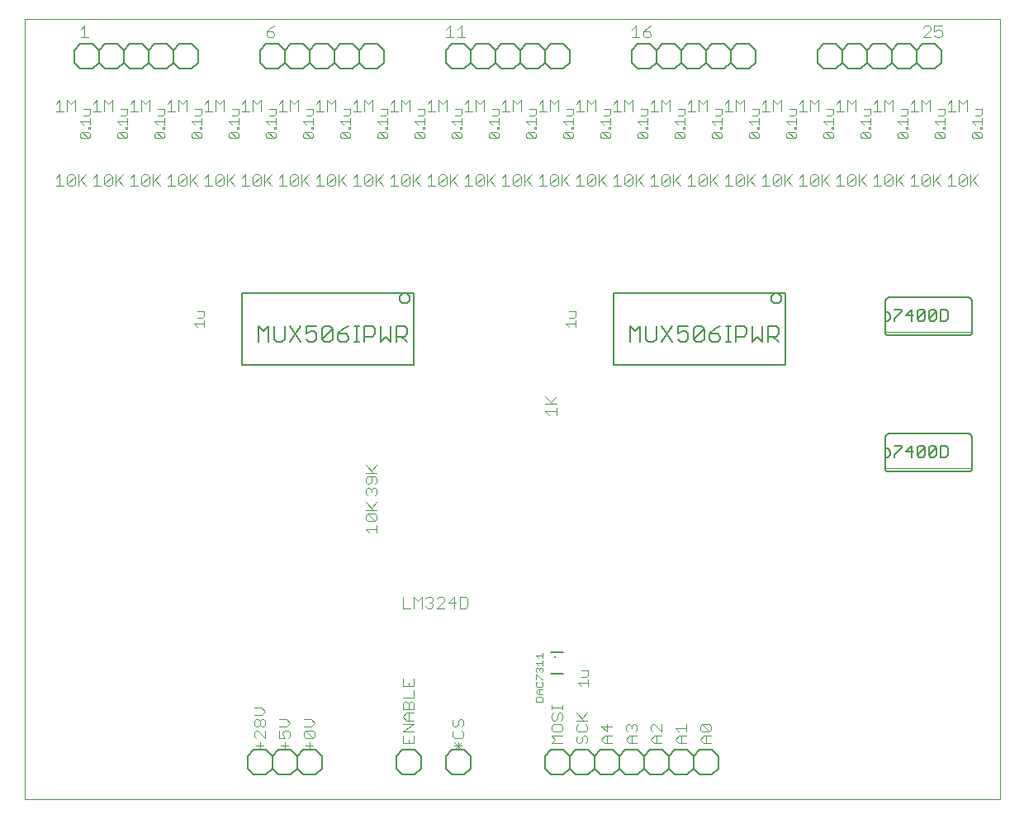
<source format=gto>
G75*
%MOIN*%
%OFA0B0*%
%FSLAX25Y25*%
%IPPOS*%
%LPD*%
%AMOC8*
5,1,8,0,0,1.08239X$1,22.5*
%
%ADD10C,0.00000*%
%ADD11C,0.00300*%
%ADD12C,0.00600*%
%ADD13C,0.00400*%
%ADD14C,0.00700*%
%ADD15C,0.00200*%
%ADD16C,0.00500*%
%ADD17C,0.00800*%
%ADD18C,0.01181*%
D10*
X0001000Y0001000D02*
X0001000Y0315961D01*
X0394701Y0315961D01*
X0394701Y0001000D01*
X0001000Y0001000D01*
D11*
X0207398Y0040524D02*
X0207398Y0041976D01*
X0207881Y0042459D01*
X0209816Y0042459D01*
X0210300Y0041976D01*
X0210300Y0040524D01*
X0207398Y0040524D01*
X0208365Y0043471D02*
X0207398Y0044438D01*
X0208365Y0045406D01*
X0210300Y0045406D01*
X0209816Y0046417D02*
X0210300Y0046901D01*
X0210300Y0047869D01*
X0209816Y0048352D01*
X0209816Y0049364D02*
X0210300Y0049364D01*
X0209816Y0049364D02*
X0207881Y0051299D01*
X0207398Y0051299D01*
X0207398Y0049364D01*
X0207881Y0048352D02*
X0207398Y0047869D01*
X0207398Y0046901D01*
X0207881Y0046417D01*
X0209816Y0046417D01*
X0208849Y0045406D02*
X0208849Y0043471D01*
X0208365Y0043471D02*
X0210300Y0043471D01*
X0209816Y0052310D02*
X0210300Y0052794D01*
X0210300Y0053762D01*
X0209816Y0054245D01*
X0209333Y0054245D01*
X0208849Y0053762D01*
X0208849Y0053278D01*
X0208849Y0053762D02*
X0208365Y0054245D01*
X0207881Y0054245D01*
X0207398Y0053762D01*
X0207398Y0052794D01*
X0207881Y0052310D01*
X0208365Y0055257D02*
X0207398Y0056224D01*
X0210300Y0056224D01*
X0210300Y0055257D02*
X0210300Y0057192D01*
X0210300Y0058203D02*
X0210300Y0060138D01*
X0210300Y0059171D02*
X0207398Y0059171D01*
X0208365Y0058203D01*
X0224651Y0048168D02*
X0228354Y0048168D01*
X0228354Y0049402D02*
X0228354Y0046933D01*
X0225885Y0046933D02*
X0224651Y0048168D01*
X0225885Y0050616D02*
X0227737Y0050616D01*
X0228354Y0051234D01*
X0228354Y0053085D01*
X0225885Y0053085D01*
X0223354Y0191933D02*
X0223354Y0194402D01*
X0223354Y0193168D02*
X0219651Y0193168D01*
X0220885Y0191933D01*
X0220885Y0195616D02*
X0222737Y0195616D01*
X0223354Y0196234D01*
X0223354Y0198085D01*
X0220885Y0198085D01*
X0221729Y0268000D02*
X0219260Y0268000D01*
X0218643Y0268618D01*
X0218643Y0269852D01*
X0219260Y0270469D01*
X0221729Y0268000D01*
X0222346Y0268618D01*
X0222346Y0269852D01*
X0221729Y0270469D01*
X0219260Y0270469D01*
X0221729Y0271684D02*
X0221729Y0272301D01*
X0222346Y0272301D01*
X0222346Y0271684D01*
X0221729Y0271684D01*
X0222346Y0273525D02*
X0222346Y0275994D01*
X0222346Y0274759D02*
X0218643Y0274759D01*
X0219877Y0273525D01*
X0219877Y0277208D02*
X0221729Y0277208D01*
X0222346Y0277825D01*
X0222346Y0279677D01*
X0219877Y0279677D01*
X0207346Y0279677D02*
X0207346Y0277825D01*
X0206729Y0277208D01*
X0204877Y0277208D01*
X0204877Y0279677D02*
X0207346Y0279677D01*
X0207346Y0275994D02*
X0207346Y0273525D01*
X0207346Y0272301D02*
X0207346Y0271684D01*
X0206729Y0271684D01*
X0206729Y0272301D01*
X0207346Y0272301D01*
X0206729Y0270469D02*
X0207346Y0269852D01*
X0207346Y0268618D01*
X0206729Y0268000D01*
X0204260Y0270469D01*
X0206729Y0270469D01*
X0206729Y0268000D02*
X0204260Y0268000D01*
X0203643Y0268618D01*
X0203643Y0269852D01*
X0204260Y0270469D01*
X0204877Y0273525D02*
X0203643Y0274759D01*
X0207346Y0274759D01*
X0192346Y0274759D02*
X0188643Y0274759D01*
X0189877Y0273525D01*
X0191729Y0272301D02*
X0192346Y0272301D01*
X0192346Y0271684D01*
X0191729Y0271684D01*
X0191729Y0272301D01*
X0192346Y0273525D02*
X0192346Y0275994D01*
X0191729Y0277208D02*
X0192346Y0277825D01*
X0192346Y0279677D01*
X0189877Y0279677D01*
X0189877Y0277208D02*
X0191729Y0277208D01*
X0191729Y0270469D02*
X0189260Y0270469D01*
X0191729Y0268000D01*
X0192346Y0268618D01*
X0192346Y0269852D01*
X0191729Y0270469D01*
X0191729Y0268000D02*
X0189260Y0268000D01*
X0188643Y0268618D01*
X0188643Y0269852D01*
X0189260Y0270469D01*
X0177346Y0269852D02*
X0177346Y0268618D01*
X0176729Y0268000D01*
X0174260Y0270469D01*
X0176729Y0270469D01*
X0177346Y0269852D01*
X0177346Y0271684D02*
X0177346Y0272301D01*
X0176729Y0272301D01*
X0176729Y0271684D01*
X0177346Y0271684D01*
X0177346Y0273525D02*
X0177346Y0275994D01*
X0177346Y0274759D02*
X0173643Y0274759D01*
X0174877Y0273525D01*
X0174260Y0270469D02*
X0173643Y0269852D01*
X0173643Y0268618D01*
X0174260Y0268000D01*
X0176729Y0268000D01*
X0176729Y0277208D02*
X0177346Y0277825D01*
X0177346Y0279677D01*
X0174877Y0279677D01*
X0174877Y0277208D02*
X0176729Y0277208D01*
X0162346Y0277825D02*
X0162346Y0279677D01*
X0159877Y0279677D01*
X0159877Y0277208D02*
X0161729Y0277208D01*
X0162346Y0277825D01*
X0162346Y0275994D02*
X0162346Y0273525D01*
X0162346Y0272301D02*
X0161729Y0272301D01*
X0161729Y0271684D01*
X0162346Y0271684D01*
X0162346Y0272301D01*
X0161729Y0270469D02*
X0162346Y0269852D01*
X0162346Y0268618D01*
X0161729Y0268000D01*
X0159260Y0270469D01*
X0161729Y0270469D01*
X0161729Y0268000D02*
X0159260Y0268000D01*
X0158643Y0268618D01*
X0158643Y0269852D01*
X0159260Y0270469D01*
X0159877Y0273525D02*
X0158643Y0274759D01*
X0162346Y0274759D01*
X0147346Y0274759D02*
X0143643Y0274759D01*
X0144877Y0273525D01*
X0146729Y0272301D02*
X0147346Y0272301D01*
X0147346Y0271684D01*
X0146729Y0271684D01*
X0146729Y0272301D01*
X0147346Y0273525D02*
X0147346Y0275994D01*
X0146729Y0277208D02*
X0147346Y0277825D01*
X0147346Y0279677D01*
X0144877Y0279677D01*
X0144877Y0277208D02*
X0146729Y0277208D01*
X0146729Y0270469D02*
X0144260Y0270469D01*
X0146729Y0268000D01*
X0147346Y0268618D01*
X0147346Y0269852D01*
X0146729Y0270469D01*
X0146729Y0268000D02*
X0144260Y0268000D01*
X0143643Y0268618D01*
X0143643Y0269852D01*
X0144260Y0270469D01*
X0132346Y0269852D02*
X0132346Y0268618D01*
X0131729Y0268000D01*
X0129260Y0270469D01*
X0131729Y0270469D01*
X0132346Y0269852D01*
X0132346Y0271684D02*
X0132346Y0272301D01*
X0131729Y0272301D01*
X0131729Y0271684D01*
X0132346Y0271684D01*
X0132346Y0273525D02*
X0132346Y0275994D01*
X0132346Y0274759D02*
X0128643Y0274759D01*
X0129877Y0273525D01*
X0129260Y0270469D02*
X0128643Y0269852D01*
X0128643Y0268618D01*
X0129260Y0268000D01*
X0131729Y0268000D01*
X0131729Y0277208D02*
X0129877Y0277208D01*
X0131729Y0277208D02*
X0132346Y0277825D01*
X0132346Y0279677D01*
X0129877Y0279677D01*
X0117346Y0279677D02*
X0117346Y0277825D01*
X0116729Y0277208D01*
X0114877Y0277208D01*
X0114877Y0279677D02*
X0117346Y0279677D01*
X0117346Y0275994D02*
X0117346Y0273525D01*
X0117346Y0272301D02*
X0117346Y0271684D01*
X0116729Y0271684D01*
X0116729Y0272301D01*
X0117346Y0272301D01*
X0116729Y0270469D02*
X0117346Y0269852D01*
X0117346Y0268618D01*
X0116729Y0268000D01*
X0114260Y0270469D01*
X0116729Y0270469D01*
X0116729Y0268000D02*
X0114260Y0268000D01*
X0113643Y0268618D01*
X0113643Y0269852D01*
X0114260Y0270469D01*
X0114877Y0273525D02*
X0113643Y0274759D01*
X0117346Y0274759D01*
X0102346Y0274759D02*
X0098643Y0274759D01*
X0099877Y0273525D01*
X0101729Y0272301D02*
X0102346Y0272301D01*
X0102346Y0271684D01*
X0101729Y0271684D01*
X0101729Y0272301D01*
X0102346Y0273525D02*
X0102346Y0275994D01*
X0101729Y0277208D02*
X0102346Y0277825D01*
X0102346Y0279677D01*
X0099877Y0279677D01*
X0099877Y0277208D02*
X0101729Y0277208D01*
X0101729Y0270469D02*
X0102346Y0269852D01*
X0102346Y0268618D01*
X0101729Y0268000D01*
X0099260Y0270469D01*
X0101729Y0270469D01*
X0101729Y0268000D02*
X0099260Y0268000D01*
X0098643Y0268618D01*
X0098643Y0269852D01*
X0099260Y0270469D01*
X0087346Y0269852D02*
X0087346Y0268618D01*
X0086729Y0268000D01*
X0084260Y0270469D01*
X0086729Y0270469D01*
X0087346Y0269852D01*
X0087346Y0271684D02*
X0087346Y0272301D01*
X0086729Y0272301D01*
X0086729Y0271684D01*
X0087346Y0271684D01*
X0087346Y0273525D02*
X0087346Y0275994D01*
X0087346Y0274759D02*
X0083643Y0274759D01*
X0084877Y0273525D01*
X0084260Y0270469D02*
X0083643Y0269852D01*
X0083643Y0268618D01*
X0084260Y0268000D01*
X0086729Y0268000D01*
X0086729Y0277208D02*
X0087346Y0277825D01*
X0087346Y0279677D01*
X0084877Y0279677D01*
X0084877Y0277208D02*
X0086729Y0277208D01*
X0072346Y0277825D02*
X0072346Y0279677D01*
X0069877Y0279677D01*
X0069877Y0277208D02*
X0071729Y0277208D01*
X0072346Y0277825D01*
X0072346Y0275994D02*
X0072346Y0273525D01*
X0072346Y0272301D02*
X0072346Y0271684D01*
X0071729Y0271684D01*
X0071729Y0272301D01*
X0072346Y0272301D01*
X0071729Y0270469D02*
X0072346Y0269852D01*
X0072346Y0268618D01*
X0071729Y0268000D01*
X0069260Y0270469D01*
X0071729Y0270469D01*
X0071729Y0268000D02*
X0069260Y0268000D01*
X0068643Y0268618D01*
X0068643Y0269852D01*
X0069260Y0270469D01*
X0069877Y0273525D02*
X0068643Y0274759D01*
X0072346Y0274759D01*
X0057346Y0274759D02*
X0053643Y0274759D01*
X0054877Y0273525D01*
X0056729Y0272301D02*
X0057346Y0272301D01*
X0057346Y0271684D01*
X0056729Y0271684D01*
X0056729Y0272301D01*
X0057346Y0273525D02*
X0057346Y0275994D01*
X0056729Y0277208D02*
X0057346Y0277825D01*
X0057346Y0279677D01*
X0054877Y0279677D01*
X0054877Y0277208D02*
X0056729Y0277208D01*
X0056729Y0270469D02*
X0054260Y0270469D01*
X0056729Y0268000D01*
X0057346Y0268618D01*
X0057346Y0269852D01*
X0056729Y0270469D01*
X0056729Y0268000D02*
X0054260Y0268000D01*
X0053643Y0268618D01*
X0053643Y0269852D01*
X0054260Y0270469D01*
X0042346Y0269852D02*
X0042346Y0268618D01*
X0041729Y0268000D01*
X0039260Y0270469D01*
X0041729Y0270469D01*
X0042346Y0269852D01*
X0042346Y0271684D02*
X0042346Y0272301D01*
X0041729Y0272301D01*
X0041729Y0271684D01*
X0042346Y0271684D01*
X0042346Y0273525D02*
X0042346Y0275994D01*
X0042346Y0274759D02*
X0038643Y0274759D01*
X0039877Y0273525D01*
X0039260Y0270469D02*
X0038643Y0269852D01*
X0038643Y0268618D01*
X0039260Y0268000D01*
X0041729Y0268000D01*
X0041729Y0277208D02*
X0042346Y0277825D01*
X0042346Y0279677D01*
X0039877Y0279677D01*
X0039877Y0277208D02*
X0041729Y0277208D01*
X0027346Y0277825D02*
X0027346Y0279677D01*
X0024877Y0279677D01*
X0024877Y0277208D02*
X0026729Y0277208D01*
X0027346Y0277825D01*
X0027346Y0275994D02*
X0027346Y0273525D01*
X0027346Y0272301D02*
X0027346Y0271684D01*
X0026729Y0271684D01*
X0026729Y0272301D01*
X0027346Y0272301D01*
X0026729Y0270469D02*
X0027346Y0269852D01*
X0027346Y0268618D01*
X0026729Y0268000D01*
X0024260Y0270469D01*
X0026729Y0270469D01*
X0026729Y0268000D02*
X0024260Y0268000D01*
X0023643Y0268618D01*
X0023643Y0269852D01*
X0024260Y0270469D01*
X0024877Y0273525D02*
X0023643Y0274759D01*
X0027346Y0274759D01*
X0070885Y0198085D02*
X0073354Y0198085D01*
X0073354Y0196234D01*
X0072737Y0195616D01*
X0070885Y0195616D01*
X0069651Y0193168D02*
X0073354Y0193168D01*
X0073354Y0194402D02*
X0073354Y0191933D01*
X0070885Y0191933D02*
X0069651Y0193168D01*
X0233643Y0268618D02*
X0233643Y0269852D01*
X0234260Y0270469D01*
X0236729Y0268000D01*
X0237346Y0268618D01*
X0237346Y0269852D01*
X0236729Y0270469D01*
X0234260Y0270469D01*
X0233643Y0268618D02*
X0234260Y0268000D01*
X0236729Y0268000D01*
X0236729Y0271684D02*
X0236729Y0272301D01*
X0237346Y0272301D01*
X0237346Y0271684D01*
X0236729Y0271684D01*
X0237346Y0273525D02*
X0237346Y0275994D01*
X0237346Y0274759D02*
X0233643Y0274759D01*
X0234877Y0273525D01*
X0234877Y0277208D02*
X0236729Y0277208D01*
X0237346Y0277825D01*
X0237346Y0279677D01*
X0234877Y0279677D01*
X0248643Y0274759D02*
X0252346Y0274759D01*
X0252346Y0273525D02*
X0252346Y0275994D01*
X0251729Y0277208D02*
X0252346Y0277825D01*
X0252346Y0279677D01*
X0249877Y0279677D01*
X0249877Y0277208D02*
X0251729Y0277208D01*
X0248643Y0274759D02*
X0249877Y0273525D01*
X0251729Y0272301D02*
X0252346Y0272301D01*
X0252346Y0271684D01*
X0251729Y0271684D01*
X0251729Y0272301D01*
X0251729Y0270469D02*
X0252346Y0269852D01*
X0252346Y0268618D01*
X0251729Y0268000D01*
X0249260Y0270469D01*
X0251729Y0270469D01*
X0251729Y0268000D02*
X0249260Y0268000D01*
X0248643Y0268618D01*
X0248643Y0269852D01*
X0249260Y0270469D01*
X0263643Y0269852D02*
X0263643Y0268618D01*
X0264260Y0268000D01*
X0266729Y0268000D01*
X0264260Y0270469D01*
X0266729Y0270469D01*
X0267346Y0269852D01*
X0267346Y0268618D01*
X0266729Y0268000D01*
X0264260Y0270469D02*
X0263643Y0269852D01*
X0266729Y0271684D02*
X0266729Y0272301D01*
X0267346Y0272301D01*
X0267346Y0271684D01*
X0266729Y0271684D01*
X0267346Y0273525D02*
X0267346Y0275994D01*
X0267346Y0274759D02*
X0263643Y0274759D01*
X0264877Y0273525D01*
X0264877Y0277208D02*
X0266729Y0277208D01*
X0267346Y0277825D01*
X0267346Y0279677D01*
X0264877Y0279677D01*
X0278643Y0274759D02*
X0282346Y0274759D01*
X0282346Y0273525D02*
X0282346Y0275994D01*
X0281729Y0277208D02*
X0282346Y0277825D01*
X0282346Y0279677D01*
X0279877Y0279677D01*
X0279877Y0277208D02*
X0281729Y0277208D01*
X0278643Y0274759D02*
X0279877Y0273525D01*
X0281729Y0272301D02*
X0282346Y0272301D01*
X0282346Y0271684D01*
X0281729Y0271684D01*
X0281729Y0272301D01*
X0281729Y0270469D02*
X0282346Y0269852D01*
X0282346Y0268618D01*
X0281729Y0268000D01*
X0279260Y0270469D01*
X0281729Y0270469D01*
X0281729Y0268000D02*
X0279260Y0268000D01*
X0278643Y0268618D01*
X0278643Y0269852D01*
X0279260Y0270469D01*
X0293643Y0269852D02*
X0293643Y0268618D01*
X0294260Y0268000D01*
X0296729Y0268000D01*
X0294260Y0270469D01*
X0296729Y0270469D01*
X0297346Y0269852D01*
X0297346Y0268618D01*
X0296729Y0268000D01*
X0294260Y0270469D02*
X0293643Y0269852D01*
X0296729Y0271684D02*
X0296729Y0272301D01*
X0297346Y0272301D01*
X0297346Y0271684D01*
X0296729Y0271684D01*
X0297346Y0273525D02*
X0297346Y0275994D01*
X0297346Y0274759D02*
X0293643Y0274759D01*
X0294877Y0273525D01*
X0294877Y0277208D02*
X0296729Y0277208D01*
X0297346Y0277825D01*
X0297346Y0279677D01*
X0294877Y0279677D01*
X0308643Y0274759D02*
X0312346Y0274759D01*
X0312346Y0273525D02*
X0312346Y0275994D01*
X0311729Y0277208D02*
X0312346Y0277825D01*
X0312346Y0279677D01*
X0309877Y0279677D01*
X0309877Y0277208D02*
X0311729Y0277208D01*
X0308643Y0274759D02*
X0309877Y0273525D01*
X0311729Y0272301D02*
X0312346Y0272301D01*
X0312346Y0271684D01*
X0311729Y0271684D01*
X0311729Y0272301D01*
X0311729Y0270469D02*
X0312346Y0269852D01*
X0312346Y0268618D01*
X0311729Y0268000D01*
X0309260Y0270469D01*
X0311729Y0270469D01*
X0311729Y0268000D02*
X0309260Y0268000D01*
X0308643Y0268618D01*
X0308643Y0269852D01*
X0309260Y0270469D01*
X0323643Y0269852D02*
X0323643Y0268618D01*
X0324260Y0268000D01*
X0326729Y0268000D01*
X0324260Y0270469D01*
X0326729Y0270469D01*
X0327346Y0269852D01*
X0327346Y0268618D01*
X0326729Y0268000D01*
X0324260Y0270469D02*
X0323643Y0269852D01*
X0326729Y0271684D02*
X0326729Y0272301D01*
X0327346Y0272301D01*
X0327346Y0271684D01*
X0326729Y0271684D01*
X0327346Y0273525D02*
X0327346Y0275994D01*
X0327346Y0274759D02*
X0323643Y0274759D01*
X0324877Y0273525D01*
X0324877Y0277208D02*
X0326729Y0277208D01*
X0327346Y0277825D01*
X0327346Y0279677D01*
X0324877Y0279677D01*
X0338643Y0274759D02*
X0342346Y0274759D01*
X0342346Y0273525D02*
X0342346Y0275994D01*
X0341729Y0277208D02*
X0342346Y0277825D01*
X0342346Y0279677D01*
X0339877Y0279677D01*
X0339877Y0277208D02*
X0341729Y0277208D01*
X0338643Y0274759D02*
X0339877Y0273525D01*
X0341729Y0272301D02*
X0342346Y0272301D01*
X0342346Y0271684D01*
X0341729Y0271684D01*
X0341729Y0272301D01*
X0341729Y0270469D02*
X0342346Y0269852D01*
X0342346Y0268618D01*
X0341729Y0268000D01*
X0339260Y0270469D01*
X0341729Y0270469D01*
X0341729Y0268000D02*
X0339260Y0268000D01*
X0338643Y0268618D01*
X0338643Y0269852D01*
X0339260Y0270469D01*
X0353643Y0269852D02*
X0353643Y0268618D01*
X0354260Y0268000D01*
X0356729Y0268000D01*
X0354260Y0270469D01*
X0356729Y0270469D01*
X0357346Y0269852D01*
X0357346Y0268618D01*
X0356729Y0268000D01*
X0354260Y0270469D02*
X0353643Y0269852D01*
X0356729Y0271684D02*
X0356729Y0272301D01*
X0357346Y0272301D01*
X0357346Y0271684D01*
X0356729Y0271684D01*
X0357346Y0273525D02*
X0357346Y0275994D01*
X0357346Y0274759D02*
X0353643Y0274759D01*
X0354877Y0273525D01*
X0354877Y0277208D02*
X0356729Y0277208D01*
X0357346Y0277825D01*
X0357346Y0279677D01*
X0354877Y0279677D01*
X0368643Y0274759D02*
X0372346Y0274759D01*
X0372346Y0273525D02*
X0372346Y0275994D01*
X0371729Y0277208D02*
X0372346Y0277825D01*
X0372346Y0279677D01*
X0369877Y0279677D01*
X0369877Y0277208D02*
X0371729Y0277208D01*
X0368643Y0274759D02*
X0369877Y0273525D01*
X0371729Y0272301D02*
X0372346Y0272301D01*
X0372346Y0271684D01*
X0371729Y0271684D01*
X0371729Y0272301D01*
X0371729Y0270469D02*
X0372346Y0269852D01*
X0372346Y0268618D01*
X0371729Y0268000D01*
X0369260Y0270469D01*
X0371729Y0270469D01*
X0371729Y0268000D02*
X0369260Y0268000D01*
X0368643Y0268618D01*
X0368643Y0269852D01*
X0369260Y0270469D01*
X0383643Y0269852D02*
X0383643Y0268618D01*
X0384260Y0268000D01*
X0386729Y0268000D01*
X0384260Y0270469D01*
X0386729Y0270469D01*
X0387346Y0269852D01*
X0387346Y0268618D01*
X0386729Y0268000D01*
X0384260Y0270469D02*
X0383643Y0269852D01*
X0386729Y0271684D02*
X0386729Y0272301D01*
X0387346Y0272301D01*
X0387346Y0271684D01*
X0386729Y0271684D01*
X0387346Y0273525D02*
X0387346Y0275994D01*
X0387346Y0274759D02*
X0383643Y0274759D01*
X0384877Y0273525D01*
X0384877Y0277208D02*
X0386729Y0277208D01*
X0387346Y0277825D01*
X0387346Y0279677D01*
X0384877Y0279677D01*
D12*
X0368500Y0296000D02*
X0363500Y0296000D01*
X0361000Y0298500D01*
X0358500Y0296000D01*
X0353500Y0296000D01*
X0351000Y0298500D01*
X0348500Y0296000D01*
X0343500Y0296000D01*
X0341000Y0298500D01*
X0338500Y0296000D01*
X0333500Y0296000D01*
X0331000Y0298500D01*
X0328500Y0296000D01*
X0323500Y0296000D01*
X0321000Y0298500D01*
X0321000Y0303500D01*
X0323500Y0306000D01*
X0328500Y0306000D01*
X0331000Y0303500D01*
X0333500Y0306000D01*
X0338500Y0306000D01*
X0341000Y0303500D01*
X0341000Y0298500D01*
X0341000Y0303500D02*
X0343500Y0306000D01*
X0348500Y0306000D01*
X0351000Y0303500D01*
X0353500Y0306000D01*
X0358500Y0306000D01*
X0361000Y0303500D01*
X0363500Y0306000D01*
X0368500Y0306000D01*
X0371000Y0303500D01*
X0371000Y0298500D01*
X0368500Y0296000D01*
X0361000Y0298500D02*
X0361000Y0303500D01*
X0351000Y0303500D02*
X0351000Y0298500D01*
X0331000Y0298500D02*
X0331000Y0303500D01*
X0296000Y0303500D02*
X0296000Y0298500D01*
X0293500Y0296000D01*
X0288500Y0296000D01*
X0286000Y0298500D01*
X0283500Y0296000D01*
X0278500Y0296000D01*
X0276000Y0298500D01*
X0273500Y0296000D01*
X0268500Y0296000D01*
X0266000Y0298500D01*
X0263500Y0296000D01*
X0258500Y0296000D01*
X0256000Y0298500D01*
X0253500Y0296000D01*
X0248500Y0296000D01*
X0246000Y0298500D01*
X0246000Y0303500D01*
X0248500Y0306000D01*
X0253500Y0306000D01*
X0256000Y0303500D01*
X0258500Y0306000D01*
X0263500Y0306000D01*
X0266000Y0303500D01*
X0266000Y0298500D01*
X0266000Y0303500D02*
X0268500Y0306000D01*
X0273500Y0306000D01*
X0276000Y0303500D01*
X0278500Y0306000D01*
X0283500Y0306000D01*
X0286000Y0303500D01*
X0288500Y0306000D01*
X0293500Y0306000D01*
X0296000Y0303500D01*
X0286000Y0303500D02*
X0286000Y0298500D01*
X0276000Y0298500D02*
X0276000Y0303500D01*
X0256000Y0303500D02*
X0256000Y0298500D01*
X0221000Y0298500D02*
X0218500Y0296000D01*
X0213500Y0296000D01*
X0211000Y0298500D01*
X0208500Y0296000D01*
X0203500Y0296000D01*
X0201000Y0298500D01*
X0198500Y0296000D01*
X0193500Y0296000D01*
X0191000Y0298500D01*
X0188500Y0296000D01*
X0183500Y0296000D01*
X0181000Y0298500D01*
X0178500Y0296000D01*
X0173500Y0296000D01*
X0171000Y0298500D01*
X0171000Y0303500D01*
X0173500Y0306000D01*
X0178500Y0306000D01*
X0181000Y0303500D01*
X0183500Y0306000D01*
X0188500Y0306000D01*
X0191000Y0303500D01*
X0191000Y0298500D01*
X0191000Y0303500D02*
X0193500Y0306000D01*
X0198500Y0306000D01*
X0201000Y0303500D01*
X0203500Y0306000D01*
X0208500Y0306000D01*
X0211000Y0303500D01*
X0213500Y0306000D01*
X0218500Y0306000D01*
X0221000Y0303500D01*
X0221000Y0298500D01*
X0211000Y0298500D02*
X0211000Y0303500D01*
X0201000Y0303500D02*
X0201000Y0298500D01*
X0181000Y0298500D02*
X0181000Y0303500D01*
X0146000Y0303500D02*
X0146000Y0298500D01*
X0143500Y0296000D01*
X0138500Y0296000D01*
X0136000Y0298500D01*
X0133500Y0296000D01*
X0128500Y0296000D01*
X0126000Y0298500D01*
X0123500Y0296000D01*
X0118500Y0296000D01*
X0116000Y0298500D01*
X0113500Y0296000D01*
X0108500Y0296000D01*
X0106000Y0298500D01*
X0103500Y0296000D01*
X0098500Y0296000D01*
X0096000Y0298500D01*
X0096000Y0303500D01*
X0098500Y0306000D01*
X0103500Y0306000D01*
X0106000Y0303500D01*
X0108500Y0306000D01*
X0113500Y0306000D01*
X0116000Y0303500D01*
X0116000Y0298500D01*
X0116000Y0303500D02*
X0118500Y0306000D01*
X0123500Y0306000D01*
X0126000Y0303500D01*
X0128500Y0306000D01*
X0133500Y0306000D01*
X0136000Y0303500D01*
X0138500Y0306000D01*
X0143500Y0306000D01*
X0146000Y0303500D01*
X0136000Y0303500D02*
X0136000Y0298500D01*
X0126000Y0298500D02*
X0126000Y0303500D01*
X0106000Y0303500D02*
X0106000Y0298500D01*
X0071000Y0298500D02*
X0068500Y0296000D01*
X0063500Y0296000D01*
X0061000Y0298500D01*
X0058500Y0296000D01*
X0053500Y0296000D01*
X0051000Y0298500D01*
X0048500Y0296000D01*
X0043500Y0296000D01*
X0041000Y0298500D01*
X0038500Y0296000D01*
X0033500Y0296000D01*
X0031000Y0298500D01*
X0028500Y0296000D01*
X0023500Y0296000D01*
X0021000Y0298500D01*
X0021000Y0303500D01*
X0023500Y0306000D01*
X0028500Y0306000D01*
X0031000Y0303500D01*
X0033500Y0306000D01*
X0038500Y0306000D01*
X0041000Y0303500D01*
X0041000Y0298500D01*
X0041000Y0303500D02*
X0043500Y0306000D01*
X0048500Y0306000D01*
X0051000Y0303500D01*
X0053500Y0306000D01*
X0058500Y0306000D01*
X0061000Y0303500D01*
X0063500Y0306000D01*
X0068500Y0306000D01*
X0071000Y0303500D01*
X0071000Y0298500D01*
X0061000Y0298500D02*
X0061000Y0303500D01*
X0051000Y0303500D02*
X0051000Y0298500D01*
X0031000Y0298500D02*
X0031000Y0303500D01*
X0088700Y0205619D02*
X0088700Y0176381D01*
X0158200Y0176381D01*
X0158200Y0205619D01*
X0088700Y0205619D01*
X0152400Y0203400D02*
X0152402Y0203492D01*
X0152408Y0203583D01*
X0152418Y0203674D01*
X0152432Y0203765D01*
X0152450Y0203855D01*
X0152472Y0203944D01*
X0152497Y0204031D01*
X0152527Y0204118D01*
X0152560Y0204204D01*
X0152597Y0204287D01*
X0152637Y0204370D01*
X0152681Y0204450D01*
X0152729Y0204528D01*
X0152780Y0204605D01*
X0152834Y0204678D01*
X0152891Y0204750D01*
X0152952Y0204819D01*
X0153015Y0204885D01*
X0153081Y0204948D01*
X0153150Y0205009D01*
X0153222Y0205066D01*
X0153295Y0205120D01*
X0153372Y0205171D01*
X0153450Y0205219D01*
X0153530Y0205263D01*
X0153613Y0205303D01*
X0153696Y0205340D01*
X0153782Y0205373D01*
X0153869Y0205403D01*
X0153956Y0205428D01*
X0154045Y0205450D01*
X0154135Y0205468D01*
X0154226Y0205482D01*
X0154317Y0205492D01*
X0154408Y0205498D01*
X0154500Y0205500D01*
X0154592Y0205498D01*
X0154683Y0205492D01*
X0154774Y0205482D01*
X0154865Y0205468D01*
X0154955Y0205450D01*
X0155044Y0205428D01*
X0155131Y0205403D01*
X0155218Y0205373D01*
X0155304Y0205340D01*
X0155387Y0205303D01*
X0155470Y0205263D01*
X0155550Y0205219D01*
X0155628Y0205171D01*
X0155705Y0205120D01*
X0155778Y0205066D01*
X0155850Y0205009D01*
X0155919Y0204948D01*
X0155985Y0204885D01*
X0156048Y0204819D01*
X0156109Y0204750D01*
X0156166Y0204678D01*
X0156220Y0204605D01*
X0156271Y0204528D01*
X0156319Y0204450D01*
X0156363Y0204370D01*
X0156403Y0204287D01*
X0156440Y0204204D01*
X0156473Y0204118D01*
X0156503Y0204031D01*
X0156528Y0203944D01*
X0156550Y0203855D01*
X0156568Y0203765D01*
X0156582Y0203674D01*
X0156592Y0203583D01*
X0156598Y0203492D01*
X0156600Y0203400D01*
X0156598Y0203308D01*
X0156592Y0203217D01*
X0156582Y0203126D01*
X0156568Y0203035D01*
X0156550Y0202945D01*
X0156528Y0202856D01*
X0156503Y0202769D01*
X0156473Y0202682D01*
X0156440Y0202596D01*
X0156403Y0202513D01*
X0156363Y0202430D01*
X0156319Y0202350D01*
X0156271Y0202272D01*
X0156220Y0202195D01*
X0156166Y0202122D01*
X0156109Y0202050D01*
X0156048Y0201981D01*
X0155985Y0201915D01*
X0155919Y0201852D01*
X0155850Y0201791D01*
X0155778Y0201734D01*
X0155705Y0201680D01*
X0155628Y0201629D01*
X0155550Y0201581D01*
X0155470Y0201537D01*
X0155387Y0201497D01*
X0155304Y0201460D01*
X0155218Y0201427D01*
X0155131Y0201397D01*
X0155044Y0201372D01*
X0154955Y0201350D01*
X0154865Y0201332D01*
X0154774Y0201318D01*
X0154683Y0201308D01*
X0154592Y0201302D01*
X0154500Y0201300D01*
X0154408Y0201302D01*
X0154317Y0201308D01*
X0154226Y0201318D01*
X0154135Y0201332D01*
X0154045Y0201350D01*
X0153956Y0201372D01*
X0153869Y0201397D01*
X0153782Y0201427D01*
X0153696Y0201460D01*
X0153613Y0201497D01*
X0153530Y0201537D01*
X0153450Y0201581D01*
X0153372Y0201629D01*
X0153295Y0201680D01*
X0153222Y0201734D01*
X0153150Y0201791D01*
X0153081Y0201852D01*
X0153015Y0201915D01*
X0152952Y0201981D01*
X0152891Y0202050D01*
X0152834Y0202122D01*
X0152780Y0202195D01*
X0152729Y0202272D01*
X0152681Y0202350D01*
X0152637Y0202430D01*
X0152597Y0202513D01*
X0152560Y0202596D01*
X0152527Y0202682D01*
X0152497Y0202769D01*
X0152472Y0202856D01*
X0152450Y0202945D01*
X0152432Y0203035D01*
X0152418Y0203126D01*
X0152408Y0203217D01*
X0152402Y0203308D01*
X0152400Y0203400D01*
X0238700Y0205619D02*
X0238700Y0176381D01*
X0308200Y0176381D01*
X0308200Y0205619D01*
X0238700Y0205619D01*
X0302400Y0203400D02*
X0302402Y0203492D01*
X0302408Y0203583D01*
X0302418Y0203674D01*
X0302432Y0203765D01*
X0302450Y0203855D01*
X0302472Y0203944D01*
X0302497Y0204031D01*
X0302527Y0204118D01*
X0302560Y0204204D01*
X0302597Y0204287D01*
X0302637Y0204370D01*
X0302681Y0204450D01*
X0302729Y0204528D01*
X0302780Y0204605D01*
X0302834Y0204678D01*
X0302891Y0204750D01*
X0302952Y0204819D01*
X0303015Y0204885D01*
X0303081Y0204948D01*
X0303150Y0205009D01*
X0303222Y0205066D01*
X0303295Y0205120D01*
X0303372Y0205171D01*
X0303450Y0205219D01*
X0303530Y0205263D01*
X0303613Y0205303D01*
X0303696Y0205340D01*
X0303782Y0205373D01*
X0303869Y0205403D01*
X0303956Y0205428D01*
X0304045Y0205450D01*
X0304135Y0205468D01*
X0304226Y0205482D01*
X0304317Y0205492D01*
X0304408Y0205498D01*
X0304500Y0205500D01*
X0304592Y0205498D01*
X0304683Y0205492D01*
X0304774Y0205482D01*
X0304865Y0205468D01*
X0304955Y0205450D01*
X0305044Y0205428D01*
X0305131Y0205403D01*
X0305218Y0205373D01*
X0305304Y0205340D01*
X0305387Y0205303D01*
X0305470Y0205263D01*
X0305550Y0205219D01*
X0305628Y0205171D01*
X0305705Y0205120D01*
X0305778Y0205066D01*
X0305850Y0205009D01*
X0305919Y0204948D01*
X0305985Y0204885D01*
X0306048Y0204819D01*
X0306109Y0204750D01*
X0306166Y0204678D01*
X0306220Y0204605D01*
X0306271Y0204528D01*
X0306319Y0204450D01*
X0306363Y0204370D01*
X0306403Y0204287D01*
X0306440Y0204204D01*
X0306473Y0204118D01*
X0306503Y0204031D01*
X0306528Y0203944D01*
X0306550Y0203855D01*
X0306568Y0203765D01*
X0306582Y0203674D01*
X0306592Y0203583D01*
X0306598Y0203492D01*
X0306600Y0203400D01*
X0306598Y0203308D01*
X0306592Y0203217D01*
X0306582Y0203126D01*
X0306568Y0203035D01*
X0306550Y0202945D01*
X0306528Y0202856D01*
X0306503Y0202769D01*
X0306473Y0202682D01*
X0306440Y0202596D01*
X0306403Y0202513D01*
X0306363Y0202430D01*
X0306319Y0202350D01*
X0306271Y0202272D01*
X0306220Y0202195D01*
X0306166Y0202122D01*
X0306109Y0202050D01*
X0306048Y0201981D01*
X0305985Y0201915D01*
X0305919Y0201852D01*
X0305850Y0201791D01*
X0305778Y0201734D01*
X0305705Y0201680D01*
X0305628Y0201629D01*
X0305550Y0201581D01*
X0305470Y0201537D01*
X0305387Y0201497D01*
X0305304Y0201460D01*
X0305218Y0201427D01*
X0305131Y0201397D01*
X0305044Y0201372D01*
X0304955Y0201350D01*
X0304865Y0201332D01*
X0304774Y0201318D01*
X0304683Y0201308D01*
X0304592Y0201302D01*
X0304500Y0201300D01*
X0304408Y0201302D01*
X0304317Y0201308D01*
X0304226Y0201318D01*
X0304135Y0201332D01*
X0304045Y0201350D01*
X0303956Y0201372D01*
X0303869Y0201397D01*
X0303782Y0201427D01*
X0303696Y0201460D01*
X0303613Y0201497D01*
X0303530Y0201537D01*
X0303450Y0201581D01*
X0303372Y0201629D01*
X0303295Y0201680D01*
X0303222Y0201734D01*
X0303150Y0201791D01*
X0303081Y0201852D01*
X0303015Y0201915D01*
X0302952Y0201981D01*
X0302891Y0202050D01*
X0302834Y0202122D01*
X0302780Y0202195D01*
X0302729Y0202272D01*
X0302681Y0202350D01*
X0302637Y0202430D01*
X0302597Y0202513D01*
X0302560Y0202596D01*
X0302527Y0202682D01*
X0302497Y0202769D01*
X0302472Y0202856D01*
X0302450Y0202945D01*
X0302432Y0203035D01*
X0302418Y0203126D01*
X0302408Y0203217D01*
X0302402Y0203308D01*
X0302400Y0203400D01*
X0348500Y0202200D02*
X0348500Y0198000D01*
X0348500Y0194000D01*
X0348500Y0189800D01*
X0348502Y0189724D01*
X0348508Y0189648D01*
X0348517Y0189573D01*
X0348531Y0189498D01*
X0348548Y0189424D01*
X0348569Y0189351D01*
X0348593Y0189279D01*
X0348622Y0189208D01*
X0348653Y0189139D01*
X0348688Y0189072D01*
X0348727Y0189007D01*
X0348769Y0188943D01*
X0348814Y0188882D01*
X0348862Y0188823D01*
X0348913Y0188767D01*
X0348967Y0188713D01*
X0349023Y0188662D01*
X0349082Y0188614D01*
X0349143Y0188569D01*
X0349207Y0188527D01*
X0349272Y0188488D01*
X0349339Y0188453D01*
X0349408Y0188422D01*
X0349479Y0188393D01*
X0349551Y0188369D01*
X0349624Y0188348D01*
X0349698Y0188331D01*
X0349773Y0188317D01*
X0349848Y0188308D01*
X0349924Y0188302D01*
X0350000Y0188300D01*
X0382000Y0188300D01*
X0382076Y0188302D01*
X0382152Y0188308D01*
X0382227Y0188317D01*
X0382302Y0188331D01*
X0382376Y0188348D01*
X0382449Y0188369D01*
X0382521Y0188393D01*
X0382592Y0188422D01*
X0382661Y0188453D01*
X0382728Y0188488D01*
X0382793Y0188527D01*
X0382857Y0188569D01*
X0382918Y0188614D01*
X0382977Y0188662D01*
X0383033Y0188713D01*
X0383087Y0188767D01*
X0383138Y0188823D01*
X0383186Y0188882D01*
X0383231Y0188943D01*
X0383273Y0189007D01*
X0383312Y0189072D01*
X0383347Y0189139D01*
X0383378Y0189208D01*
X0383407Y0189279D01*
X0383431Y0189351D01*
X0383452Y0189424D01*
X0383469Y0189498D01*
X0383483Y0189573D01*
X0383492Y0189648D01*
X0383498Y0189724D01*
X0383500Y0189800D01*
X0383500Y0202200D01*
X0383498Y0202276D01*
X0383492Y0202352D01*
X0383483Y0202427D01*
X0383469Y0202502D01*
X0383452Y0202576D01*
X0383431Y0202649D01*
X0383407Y0202721D01*
X0383378Y0202792D01*
X0383347Y0202861D01*
X0383312Y0202928D01*
X0383273Y0202993D01*
X0383231Y0203057D01*
X0383186Y0203118D01*
X0383138Y0203177D01*
X0383087Y0203233D01*
X0383033Y0203287D01*
X0382977Y0203338D01*
X0382918Y0203386D01*
X0382857Y0203431D01*
X0382793Y0203473D01*
X0382728Y0203512D01*
X0382661Y0203547D01*
X0382592Y0203578D01*
X0382521Y0203607D01*
X0382449Y0203631D01*
X0382376Y0203652D01*
X0382302Y0203669D01*
X0382227Y0203683D01*
X0382152Y0203692D01*
X0382076Y0203698D01*
X0382000Y0203700D01*
X0350000Y0203700D01*
X0349924Y0203698D01*
X0349848Y0203692D01*
X0349773Y0203683D01*
X0349698Y0203669D01*
X0349624Y0203652D01*
X0349551Y0203631D01*
X0349479Y0203607D01*
X0349408Y0203578D01*
X0349339Y0203547D01*
X0349272Y0203512D01*
X0349207Y0203473D01*
X0349143Y0203431D01*
X0349082Y0203386D01*
X0349023Y0203338D01*
X0348967Y0203287D01*
X0348913Y0203233D01*
X0348862Y0203177D01*
X0348814Y0203118D01*
X0348769Y0203057D01*
X0348727Y0202993D01*
X0348688Y0202928D01*
X0348653Y0202861D01*
X0348622Y0202792D01*
X0348593Y0202721D01*
X0348569Y0202649D01*
X0348548Y0202576D01*
X0348531Y0202502D01*
X0348517Y0202427D01*
X0348508Y0202352D01*
X0348502Y0202276D01*
X0348500Y0202200D01*
X0348500Y0198000D02*
X0348588Y0197998D01*
X0348677Y0197992D01*
X0348765Y0197982D01*
X0348852Y0197969D01*
X0348939Y0197951D01*
X0349025Y0197930D01*
X0349110Y0197905D01*
X0349193Y0197876D01*
X0349276Y0197843D01*
X0349356Y0197807D01*
X0349435Y0197768D01*
X0349513Y0197725D01*
X0349588Y0197678D01*
X0349661Y0197628D01*
X0349732Y0197575D01*
X0349801Y0197519D01*
X0349867Y0197460D01*
X0349930Y0197398D01*
X0349990Y0197334D01*
X0350048Y0197267D01*
X0350102Y0197197D01*
X0350154Y0197125D01*
X0350202Y0197051D01*
X0350247Y0196974D01*
X0350288Y0196896D01*
X0350326Y0196816D01*
X0350360Y0196735D01*
X0350391Y0196652D01*
X0350418Y0196567D01*
X0350441Y0196482D01*
X0350460Y0196396D01*
X0350476Y0196308D01*
X0350488Y0196221D01*
X0350496Y0196133D01*
X0350500Y0196044D01*
X0350500Y0195956D01*
X0350496Y0195867D01*
X0350488Y0195779D01*
X0350476Y0195692D01*
X0350460Y0195604D01*
X0350441Y0195518D01*
X0350418Y0195433D01*
X0350391Y0195348D01*
X0350360Y0195265D01*
X0350326Y0195184D01*
X0350288Y0195104D01*
X0350247Y0195026D01*
X0350202Y0194949D01*
X0350154Y0194875D01*
X0350102Y0194803D01*
X0350048Y0194733D01*
X0349990Y0194666D01*
X0349930Y0194602D01*
X0349867Y0194540D01*
X0349801Y0194481D01*
X0349732Y0194425D01*
X0349661Y0194372D01*
X0349588Y0194322D01*
X0349513Y0194275D01*
X0349435Y0194232D01*
X0349356Y0194193D01*
X0349276Y0194157D01*
X0349193Y0194124D01*
X0349110Y0194095D01*
X0349025Y0194070D01*
X0348939Y0194049D01*
X0348852Y0194031D01*
X0348765Y0194018D01*
X0348677Y0194008D01*
X0348588Y0194002D01*
X0348500Y0194000D01*
X0350000Y0148700D02*
X0382000Y0148700D01*
X0382076Y0148698D01*
X0382152Y0148692D01*
X0382227Y0148683D01*
X0382302Y0148669D01*
X0382376Y0148652D01*
X0382449Y0148631D01*
X0382521Y0148607D01*
X0382592Y0148578D01*
X0382661Y0148547D01*
X0382728Y0148512D01*
X0382793Y0148473D01*
X0382857Y0148431D01*
X0382918Y0148386D01*
X0382977Y0148338D01*
X0383033Y0148287D01*
X0383087Y0148233D01*
X0383138Y0148177D01*
X0383186Y0148118D01*
X0383231Y0148057D01*
X0383273Y0147993D01*
X0383312Y0147928D01*
X0383347Y0147861D01*
X0383378Y0147792D01*
X0383407Y0147721D01*
X0383431Y0147649D01*
X0383452Y0147576D01*
X0383469Y0147502D01*
X0383483Y0147427D01*
X0383492Y0147352D01*
X0383498Y0147276D01*
X0383500Y0147200D01*
X0383500Y0134800D01*
X0383498Y0134724D01*
X0383492Y0134648D01*
X0383483Y0134573D01*
X0383469Y0134498D01*
X0383452Y0134424D01*
X0383431Y0134351D01*
X0383407Y0134279D01*
X0383378Y0134208D01*
X0383347Y0134139D01*
X0383312Y0134072D01*
X0383273Y0134007D01*
X0383231Y0133943D01*
X0383186Y0133882D01*
X0383138Y0133823D01*
X0383087Y0133767D01*
X0383033Y0133713D01*
X0382977Y0133662D01*
X0382918Y0133614D01*
X0382857Y0133569D01*
X0382793Y0133527D01*
X0382728Y0133488D01*
X0382661Y0133453D01*
X0382592Y0133422D01*
X0382521Y0133393D01*
X0382449Y0133369D01*
X0382376Y0133348D01*
X0382302Y0133331D01*
X0382227Y0133317D01*
X0382152Y0133308D01*
X0382076Y0133302D01*
X0382000Y0133300D01*
X0350000Y0133300D01*
X0349924Y0133302D01*
X0349848Y0133308D01*
X0349773Y0133317D01*
X0349698Y0133331D01*
X0349624Y0133348D01*
X0349551Y0133369D01*
X0349479Y0133393D01*
X0349408Y0133422D01*
X0349339Y0133453D01*
X0349272Y0133488D01*
X0349207Y0133527D01*
X0349143Y0133569D01*
X0349082Y0133614D01*
X0349023Y0133662D01*
X0348967Y0133713D01*
X0348913Y0133767D01*
X0348862Y0133823D01*
X0348814Y0133882D01*
X0348769Y0133943D01*
X0348727Y0134007D01*
X0348688Y0134072D01*
X0348653Y0134139D01*
X0348622Y0134208D01*
X0348593Y0134279D01*
X0348569Y0134351D01*
X0348548Y0134424D01*
X0348531Y0134498D01*
X0348517Y0134573D01*
X0348508Y0134648D01*
X0348502Y0134724D01*
X0348500Y0134800D01*
X0348500Y0139000D01*
X0348500Y0143000D01*
X0348500Y0147200D01*
X0348502Y0147276D01*
X0348508Y0147352D01*
X0348517Y0147427D01*
X0348531Y0147502D01*
X0348548Y0147576D01*
X0348569Y0147649D01*
X0348593Y0147721D01*
X0348622Y0147792D01*
X0348653Y0147861D01*
X0348688Y0147928D01*
X0348727Y0147993D01*
X0348769Y0148057D01*
X0348814Y0148118D01*
X0348862Y0148177D01*
X0348913Y0148233D01*
X0348967Y0148287D01*
X0349023Y0148338D01*
X0349082Y0148386D01*
X0349143Y0148431D01*
X0349207Y0148473D01*
X0349272Y0148512D01*
X0349339Y0148547D01*
X0349408Y0148578D01*
X0349479Y0148607D01*
X0349551Y0148631D01*
X0349624Y0148652D01*
X0349698Y0148669D01*
X0349773Y0148683D01*
X0349848Y0148692D01*
X0349924Y0148698D01*
X0350000Y0148700D01*
X0348500Y0143000D02*
X0348588Y0142998D01*
X0348677Y0142992D01*
X0348765Y0142982D01*
X0348852Y0142969D01*
X0348939Y0142951D01*
X0349025Y0142930D01*
X0349110Y0142905D01*
X0349193Y0142876D01*
X0349276Y0142843D01*
X0349356Y0142807D01*
X0349435Y0142768D01*
X0349513Y0142725D01*
X0349588Y0142678D01*
X0349661Y0142628D01*
X0349732Y0142575D01*
X0349801Y0142519D01*
X0349867Y0142460D01*
X0349930Y0142398D01*
X0349990Y0142334D01*
X0350048Y0142267D01*
X0350102Y0142197D01*
X0350154Y0142125D01*
X0350202Y0142051D01*
X0350247Y0141974D01*
X0350288Y0141896D01*
X0350326Y0141816D01*
X0350360Y0141735D01*
X0350391Y0141652D01*
X0350418Y0141567D01*
X0350441Y0141482D01*
X0350460Y0141396D01*
X0350476Y0141308D01*
X0350488Y0141221D01*
X0350496Y0141133D01*
X0350500Y0141044D01*
X0350500Y0140956D01*
X0350496Y0140867D01*
X0350488Y0140779D01*
X0350476Y0140692D01*
X0350460Y0140604D01*
X0350441Y0140518D01*
X0350418Y0140433D01*
X0350391Y0140348D01*
X0350360Y0140265D01*
X0350326Y0140184D01*
X0350288Y0140104D01*
X0350247Y0140026D01*
X0350202Y0139949D01*
X0350154Y0139875D01*
X0350102Y0139803D01*
X0350048Y0139733D01*
X0349990Y0139666D01*
X0349930Y0139602D01*
X0349867Y0139540D01*
X0349801Y0139481D01*
X0349732Y0139425D01*
X0349661Y0139372D01*
X0349588Y0139322D01*
X0349513Y0139275D01*
X0349435Y0139232D01*
X0349356Y0139193D01*
X0349276Y0139157D01*
X0349193Y0139124D01*
X0349110Y0139095D01*
X0349025Y0139070D01*
X0348939Y0139049D01*
X0348852Y0139031D01*
X0348765Y0139018D01*
X0348677Y0139008D01*
X0348588Y0139002D01*
X0348500Y0139000D01*
X0278500Y0021000D02*
X0273500Y0021000D01*
X0271000Y0018500D01*
X0271000Y0013500D01*
X0273500Y0011000D01*
X0278500Y0011000D01*
X0281000Y0013500D01*
X0281000Y0018500D01*
X0278500Y0021000D01*
X0271000Y0018500D02*
X0271000Y0013500D01*
X0268500Y0011000D01*
X0263500Y0011000D01*
X0261000Y0013500D01*
X0261000Y0018500D01*
X0263500Y0021000D01*
X0268500Y0021000D01*
X0271000Y0018500D01*
X0261000Y0018500D02*
X0261000Y0013500D01*
X0258500Y0011000D01*
X0253500Y0011000D01*
X0251000Y0013500D01*
X0251000Y0018500D01*
X0253500Y0021000D01*
X0258500Y0021000D01*
X0261000Y0018500D01*
X0251000Y0018500D02*
X0251000Y0013500D01*
X0248500Y0011000D01*
X0243500Y0011000D01*
X0241000Y0013500D01*
X0241000Y0018500D01*
X0243500Y0021000D01*
X0248500Y0021000D01*
X0251000Y0018500D01*
X0241000Y0018500D02*
X0241000Y0013500D01*
X0238500Y0011000D01*
X0233500Y0011000D01*
X0231000Y0013500D01*
X0231000Y0018500D01*
X0233500Y0021000D01*
X0238500Y0021000D01*
X0241000Y0018500D01*
X0231000Y0018500D02*
X0231000Y0013500D01*
X0228500Y0011000D01*
X0223500Y0011000D01*
X0221000Y0013500D01*
X0221000Y0018500D01*
X0223500Y0021000D01*
X0228500Y0021000D01*
X0231000Y0018500D01*
X0221000Y0018500D02*
X0221000Y0013500D01*
X0218500Y0011000D01*
X0213500Y0011000D01*
X0211000Y0013500D01*
X0211000Y0018500D01*
X0213500Y0021000D01*
X0218500Y0021000D01*
X0221000Y0018500D01*
X0181000Y0018500D02*
X0181000Y0013500D01*
X0178500Y0011000D01*
X0173500Y0011000D01*
X0171000Y0013500D01*
X0171000Y0018500D01*
X0173500Y0021000D01*
X0178500Y0021000D01*
X0181000Y0018500D01*
X0161000Y0018500D02*
X0161000Y0013500D01*
X0158500Y0011000D01*
X0153500Y0011000D01*
X0151000Y0013500D01*
X0151000Y0018500D01*
X0153500Y0021000D01*
X0158500Y0021000D01*
X0161000Y0018500D01*
X0121000Y0018500D02*
X0121000Y0013500D01*
X0118500Y0011000D01*
X0113500Y0011000D01*
X0111000Y0013500D01*
X0111000Y0018500D01*
X0113500Y0021000D01*
X0118500Y0021000D01*
X0121000Y0018500D01*
X0111000Y0018500D02*
X0111000Y0013500D01*
X0108500Y0011000D01*
X0103500Y0011000D01*
X0101000Y0013500D01*
X0101000Y0018500D01*
X0103500Y0021000D01*
X0108500Y0021000D01*
X0111000Y0018500D01*
X0101000Y0018500D02*
X0101000Y0013500D01*
X0098500Y0011000D01*
X0093500Y0011000D01*
X0091000Y0013500D01*
X0091000Y0018500D01*
X0093500Y0021000D01*
X0098500Y0021000D01*
X0101000Y0018500D01*
D13*
X0105998Y0021200D02*
X0105998Y0024269D01*
X0105998Y0025804D02*
X0105231Y0027339D01*
X0105231Y0028106D01*
X0105998Y0028873D01*
X0107533Y0028873D01*
X0108300Y0028106D01*
X0108300Y0026571D01*
X0107533Y0025804D01*
X0105998Y0025804D02*
X0103696Y0025804D01*
X0103696Y0028873D01*
X0103696Y0030408D02*
X0106765Y0030408D01*
X0108300Y0031942D01*
X0106765Y0033477D01*
X0103696Y0033477D01*
X0098300Y0032710D02*
X0098300Y0031175D01*
X0097533Y0030408D01*
X0096765Y0030408D01*
X0095998Y0031175D01*
X0095998Y0032710D01*
X0096765Y0033477D01*
X0097533Y0033477D01*
X0098300Y0032710D01*
X0095998Y0032710D02*
X0095231Y0033477D01*
X0094463Y0033477D01*
X0093696Y0032710D01*
X0093696Y0031175D01*
X0094463Y0030408D01*
X0095231Y0030408D01*
X0095998Y0031175D01*
X0095231Y0028873D02*
X0094463Y0028873D01*
X0093696Y0028106D01*
X0093696Y0026571D01*
X0094463Y0025804D01*
X0095998Y0024269D02*
X0095998Y0021200D01*
X0094463Y0022735D02*
X0097533Y0022735D01*
X0098300Y0025804D02*
X0095231Y0028873D01*
X0098300Y0028873D02*
X0098300Y0025804D01*
X0104463Y0022735D02*
X0107533Y0022735D01*
X0114463Y0022735D02*
X0117533Y0022735D01*
X0115998Y0021200D02*
X0115998Y0024269D01*
X0114463Y0025804D02*
X0113696Y0026571D01*
X0113696Y0028106D01*
X0114463Y0028873D01*
X0117533Y0025804D01*
X0118300Y0026571D01*
X0118300Y0028106D01*
X0117533Y0028873D01*
X0114463Y0028873D01*
X0113696Y0030408D02*
X0116765Y0030408D01*
X0118300Y0031942D01*
X0116765Y0033477D01*
X0113696Y0033477D01*
X0114463Y0025804D02*
X0117533Y0025804D01*
X0098300Y0036546D02*
X0096765Y0038081D01*
X0093696Y0038081D01*
X0093696Y0035012D02*
X0096765Y0035012D01*
X0098300Y0036546D01*
X0153696Y0037512D02*
X0153696Y0039814D01*
X0154463Y0040581D01*
X0155231Y0040581D01*
X0155998Y0039814D01*
X0155998Y0037512D01*
X0155998Y0035977D02*
X0155998Y0032908D01*
X0155231Y0032908D02*
X0153696Y0034442D01*
X0155231Y0035977D01*
X0158300Y0035977D01*
X0158300Y0037512D02*
X0158300Y0039814D01*
X0157533Y0040581D01*
X0156765Y0040581D01*
X0155998Y0039814D01*
X0153696Y0042116D02*
X0158300Y0042116D01*
X0158300Y0045185D01*
X0158300Y0046720D02*
X0158300Y0049789D01*
X0155998Y0048254D02*
X0155998Y0046720D01*
X0153696Y0046720D02*
X0153696Y0049789D01*
X0153696Y0046720D02*
X0158300Y0046720D01*
X0158300Y0037512D02*
X0153696Y0037512D01*
X0155231Y0032908D02*
X0158300Y0032908D01*
X0158300Y0031373D02*
X0153696Y0031373D01*
X0153696Y0028304D02*
X0158300Y0031373D01*
X0158300Y0028304D02*
X0153696Y0028304D01*
X0153696Y0026769D02*
X0153696Y0023700D01*
X0158300Y0023700D01*
X0158300Y0026769D01*
X0155998Y0025235D02*
X0155998Y0023700D01*
X0173696Y0026571D02*
X0174463Y0025804D01*
X0177533Y0025804D01*
X0178300Y0026571D01*
X0178300Y0028106D01*
X0177533Y0028873D01*
X0177533Y0030408D02*
X0178300Y0031175D01*
X0178300Y0032710D01*
X0177533Y0033477D01*
X0176765Y0033477D01*
X0175998Y0032710D01*
X0175998Y0031175D01*
X0175231Y0030408D01*
X0174463Y0030408D01*
X0173696Y0031175D01*
X0173696Y0032710D01*
X0174463Y0033477D01*
X0174463Y0028873D02*
X0173696Y0028106D01*
X0173696Y0026571D01*
X0174463Y0024269D02*
X0177533Y0021200D01*
X0177533Y0022735D02*
X0174463Y0022735D01*
X0174463Y0021200D02*
X0177533Y0024269D01*
X0175998Y0024269D02*
X0175998Y0021200D01*
X0213696Y0023700D02*
X0215231Y0025235D01*
X0213696Y0026769D01*
X0218300Y0026769D01*
X0217533Y0028304D02*
X0218300Y0029071D01*
X0218300Y0030606D01*
X0217533Y0031373D01*
X0214463Y0031373D01*
X0213696Y0030606D01*
X0213696Y0029071D01*
X0214463Y0028304D01*
X0217533Y0028304D01*
X0218300Y0023700D02*
X0213696Y0023700D01*
X0223696Y0024467D02*
X0224463Y0023700D01*
X0225231Y0023700D01*
X0225998Y0024467D01*
X0225998Y0026002D01*
X0226765Y0026769D01*
X0227533Y0026769D01*
X0228300Y0026002D01*
X0228300Y0024467D01*
X0227533Y0023700D01*
X0223696Y0024467D02*
X0223696Y0026002D01*
X0224463Y0026769D01*
X0224463Y0028304D02*
X0227533Y0028304D01*
X0228300Y0029071D01*
X0228300Y0030606D01*
X0227533Y0031373D01*
X0228300Y0032908D02*
X0223696Y0032908D01*
X0224463Y0031373D02*
X0223696Y0030606D01*
X0223696Y0029071D01*
X0224463Y0028304D01*
X0226765Y0032908D02*
X0223696Y0035977D01*
X0225998Y0033675D02*
X0228300Y0035977D01*
X0233696Y0030606D02*
X0235998Y0028304D01*
X0235998Y0031373D01*
X0238300Y0030606D02*
X0233696Y0030606D01*
X0235231Y0026769D02*
X0238300Y0026769D01*
X0235998Y0026769D02*
X0235998Y0023700D01*
X0235231Y0023700D02*
X0233696Y0025235D01*
X0235231Y0026769D01*
X0235231Y0023700D02*
X0238300Y0023700D01*
X0243696Y0025235D02*
X0245231Y0026769D01*
X0248300Y0026769D01*
X0247533Y0028304D02*
X0248300Y0029071D01*
X0248300Y0030606D01*
X0247533Y0031373D01*
X0246765Y0031373D01*
X0245998Y0030606D01*
X0245998Y0029839D01*
X0245998Y0030606D02*
X0245231Y0031373D01*
X0244463Y0031373D01*
X0243696Y0030606D01*
X0243696Y0029071D01*
X0244463Y0028304D01*
X0245998Y0026769D02*
X0245998Y0023700D01*
X0245231Y0023700D02*
X0248300Y0023700D01*
X0245231Y0023700D02*
X0243696Y0025235D01*
X0253696Y0025235D02*
X0255231Y0026769D01*
X0258300Y0026769D01*
X0258300Y0028304D02*
X0255231Y0031373D01*
X0254463Y0031373D01*
X0253696Y0030606D01*
X0253696Y0029071D01*
X0254463Y0028304D01*
X0255998Y0026769D02*
X0255998Y0023700D01*
X0255231Y0023700D02*
X0253696Y0025235D01*
X0255231Y0023700D02*
X0258300Y0023700D01*
X0258300Y0028304D02*
X0258300Y0031373D01*
X0263696Y0029839D02*
X0268300Y0029839D01*
X0268300Y0031373D02*
X0268300Y0028304D01*
X0268300Y0026769D02*
X0265231Y0026769D01*
X0263696Y0025235D01*
X0265231Y0023700D01*
X0268300Y0023700D01*
X0265998Y0023700D02*
X0265998Y0026769D01*
X0265231Y0028304D02*
X0263696Y0029839D01*
X0273696Y0030606D02*
X0274463Y0031373D01*
X0277533Y0028304D01*
X0278300Y0029071D01*
X0278300Y0030606D01*
X0277533Y0031373D01*
X0274463Y0031373D01*
X0273696Y0030606D02*
X0273696Y0029071D01*
X0274463Y0028304D01*
X0277533Y0028304D01*
X0278300Y0026769D02*
X0275231Y0026769D01*
X0273696Y0025235D01*
X0275231Y0023700D01*
X0278300Y0023700D01*
X0275998Y0023700D02*
X0275998Y0026769D01*
X0218300Y0033675D02*
X0217533Y0032908D01*
X0218300Y0033675D02*
X0218300Y0035210D01*
X0217533Y0035977D01*
X0216765Y0035977D01*
X0215998Y0035210D01*
X0215998Y0033675D01*
X0215231Y0032908D01*
X0214463Y0032908D01*
X0213696Y0033675D01*
X0213696Y0035210D01*
X0214463Y0035977D01*
X0213696Y0037512D02*
X0213696Y0039046D01*
X0213696Y0038279D02*
X0218300Y0038279D01*
X0218300Y0037512D02*
X0218300Y0039046D01*
X0179022Y0078200D02*
X0176720Y0078200D01*
X0176720Y0082804D01*
X0179022Y0082804D01*
X0179789Y0082037D01*
X0179789Y0078967D01*
X0179022Y0078200D01*
X0175185Y0080502D02*
X0172116Y0080502D01*
X0174418Y0082804D01*
X0174418Y0078200D01*
X0170581Y0078200D02*
X0167512Y0078200D01*
X0170581Y0081269D01*
X0170581Y0082037D01*
X0169814Y0082804D01*
X0168279Y0082804D01*
X0167512Y0082037D01*
X0165977Y0082037D02*
X0165210Y0082804D01*
X0163675Y0082804D01*
X0162908Y0082037D01*
X0161373Y0082804D02*
X0161373Y0078200D01*
X0162908Y0078967D02*
X0163675Y0078200D01*
X0165210Y0078200D01*
X0165977Y0078967D01*
X0165977Y0079735D01*
X0165210Y0080502D01*
X0164442Y0080502D01*
X0165210Y0080502D02*
X0165977Y0081269D01*
X0165977Y0082037D01*
X0161373Y0082804D02*
X0159839Y0081269D01*
X0158304Y0082804D01*
X0158304Y0078200D01*
X0156769Y0078200D02*
X0153700Y0078200D01*
X0153700Y0082804D01*
X0143300Y0108700D02*
X0143300Y0111769D01*
X0143300Y0110235D02*
X0138696Y0110235D01*
X0140231Y0108700D01*
X0139463Y0113304D02*
X0138696Y0114071D01*
X0138696Y0115606D01*
X0139463Y0116373D01*
X0142533Y0113304D01*
X0143300Y0114071D01*
X0143300Y0115606D01*
X0142533Y0116373D01*
X0139463Y0116373D01*
X0138696Y0117908D02*
X0143300Y0117908D01*
X0141765Y0117908D02*
X0138696Y0120977D01*
X0139463Y0123700D02*
X0138696Y0124467D01*
X0138696Y0126002D01*
X0139463Y0126769D01*
X0140231Y0126769D01*
X0140998Y0126002D01*
X0141765Y0126769D01*
X0142533Y0126769D01*
X0143300Y0126002D01*
X0143300Y0124467D01*
X0142533Y0123700D01*
X0140998Y0125235D02*
X0140998Y0126002D01*
X0140231Y0128304D02*
X0140998Y0129071D01*
X0140998Y0131373D01*
X0139463Y0131373D02*
X0138696Y0130606D01*
X0138696Y0129071D01*
X0139463Y0128304D01*
X0140231Y0128304D01*
X0142533Y0128304D02*
X0143300Y0129071D01*
X0143300Y0130606D01*
X0142533Y0131373D01*
X0139463Y0131373D01*
X0138696Y0132908D02*
X0143300Y0132908D01*
X0141765Y0132908D02*
X0138696Y0135977D01*
X0140998Y0133675D02*
X0143300Y0135977D01*
X0143300Y0120977D02*
X0140998Y0118675D01*
X0142533Y0113304D02*
X0139463Y0113304D01*
X0211196Y0157735D02*
X0215800Y0157735D01*
X0215800Y0159269D02*
X0215800Y0156200D01*
X0212731Y0156200D02*
X0211196Y0157735D01*
X0211196Y0160804D02*
X0215800Y0160804D01*
X0214265Y0160804D02*
X0211196Y0163873D01*
X0213498Y0161571D02*
X0215800Y0163873D01*
X0215606Y0248700D02*
X0214071Y0248700D01*
X0213304Y0249467D01*
X0216373Y0252537D01*
X0216373Y0249467D01*
X0215606Y0248700D01*
X0217908Y0248700D02*
X0217908Y0253304D01*
X0216373Y0252537D02*
X0215606Y0253304D01*
X0214071Y0253304D01*
X0213304Y0252537D01*
X0213304Y0249467D01*
X0211769Y0248700D02*
X0208700Y0248700D01*
X0210235Y0248700D02*
X0210235Y0253304D01*
X0208700Y0251769D01*
X0205977Y0253304D02*
X0202908Y0250235D01*
X0203675Y0251002D02*
X0205977Y0248700D01*
X0202908Y0248700D02*
X0202908Y0253304D01*
X0201373Y0252537D02*
X0198304Y0249467D01*
X0199071Y0248700D01*
X0200606Y0248700D01*
X0201373Y0249467D01*
X0201373Y0252537D01*
X0200606Y0253304D01*
X0199071Y0253304D01*
X0198304Y0252537D01*
X0198304Y0249467D01*
X0196769Y0248700D02*
X0193700Y0248700D01*
X0195235Y0248700D02*
X0195235Y0253304D01*
X0193700Y0251769D01*
X0190977Y0253304D02*
X0187908Y0250235D01*
X0188675Y0251002D02*
X0190977Y0248700D01*
X0187908Y0248700D02*
X0187908Y0253304D01*
X0186373Y0252537D02*
X0183304Y0249467D01*
X0184071Y0248700D01*
X0185606Y0248700D01*
X0186373Y0249467D01*
X0186373Y0252537D01*
X0185606Y0253304D01*
X0184071Y0253304D01*
X0183304Y0252537D01*
X0183304Y0249467D01*
X0181769Y0248700D02*
X0178700Y0248700D01*
X0180235Y0248700D02*
X0180235Y0253304D01*
X0178700Y0251769D01*
X0175977Y0253304D02*
X0172908Y0250235D01*
X0173675Y0251002D02*
X0175977Y0248700D01*
X0172908Y0248700D02*
X0172908Y0253304D01*
X0171373Y0252537D02*
X0168304Y0249467D01*
X0169071Y0248700D01*
X0170606Y0248700D01*
X0171373Y0249467D01*
X0171373Y0252537D01*
X0170606Y0253304D01*
X0169071Y0253304D01*
X0168304Y0252537D01*
X0168304Y0249467D01*
X0166769Y0248700D02*
X0163700Y0248700D01*
X0165235Y0248700D02*
X0165235Y0253304D01*
X0163700Y0251769D01*
X0160977Y0253304D02*
X0157908Y0250235D01*
X0158675Y0251002D02*
X0160977Y0248700D01*
X0157908Y0248700D02*
X0157908Y0253304D01*
X0156373Y0252537D02*
X0153304Y0249467D01*
X0154071Y0248700D01*
X0155606Y0248700D01*
X0156373Y0249467D01*
X0156373Y0252537D01*
X0155606Y0253304D01*
X0154071Y0253304D01*
X0153304Y0252537D01*
X0153304Y0249467D01*
X0151769Y0248700D02*
X0148700Y0248700D01*
X0150235Y0248700D02*
X0150235Y0253304D01*
X0148700Y0251769D01*
X0145977Y0253304D02*
X0142908Y0250235D01*
X0143675Y0251002D02*
X0145977Y0248700D01*
X0142908Y0248700D02*
X0142908Y0253304D01*
X0141373Y0252537D02*
X0141373Y0249467D01*
X0140606Y0248700D01*
X0139071Y0248700D01*
X0138304Y0249467D01*
X0141373Y0252537D01*
X0140606Y0253304D01*
X0139071Y0253304D01*
X0138304Y0252537D01*
X0138304Y0249467D01*
X0136769Y0248700D02*
X0133700Y0248700D01*
X0135235Y0248700D02*
X0135235Y0253304D01*
X0133700Y0251769D01*
X0130977Y0253304D02*
X0127908Y0250235D01*
X0128675Y0251002D02*
X0130977Y0248700D01*
X0127908Y0248700D02*
X0127908Y0253304D01*
X0126373Y0252537D02*
X0123304Y0249467D01*
X0124071Y0248700D01*
X0125606Y0248700D01*
X0126373Y0249467D01*
X0126373Y0252537D01*
X0125606Y0253304D01*
X0124071Y0253304D01*
X0123304Y0252537D01*
X0123304Y0249467D01*
X0121769Y0248700D02*
X0118700Y0248700D01*
X0120235Y0248700D02*
X0120235Y0253304D01*
X0118700Y0251769D01*
X0115977Y0253304D02*
X0112908Y0250235D01*
X0113675Y0251002D02*
X0115977Y0248700D01*
X0112908Y0248700D02*
X0112908Y0253304D01*
X0111373Y0252537D02*
X0108304Y0249467D01*
X0109071Y0248700D01*
X0110606Y0248700D01*
X0111373Y0249467D01*
X0111373Y0252537D01*
X0110606Y0253304D01*
X0109071Y0253304D01*
X0108304Y0252537D01*
X0108304Y0249467D01*
X0106769Y0248700D02*
X0103700Y0248700D01*
X0105235Y0248700D02*
X0105235Y0253304D01*
X0103700Y0251769D01*
X0100977Y0253304D02*
X0097908Y0250235D01*
X0098675Y0251002D02*
X0100977Y0248700D01*
X0097908Y0248700D02*
X0097908Y0253304D01*
X0096373Y0252537D02*
X0093304Y0249467D01*
X0094071Y0248700D01*
X0095606Y0248700D01*
X0096373Y0249467D01*
X0096373Y0252537D01*
X0095606Y0253304D01*
X0094071Y0253304D01*
X0093304Y0252537D01*
X0093304Y0249467D01*
X0091769Y0248700D02*
X0088700Y0248700D01*
X0090235Y0248700D02*
X0090235Y0253304D01*
X0088700Y0251769D01*
X0085977Y0253304D02*
X0082908Y0250235D01*
X0083675Y0251002D02*
X0085977Y0248700D01*
X0082908Y0248700D02*
X0082908Y0253304D01*
X0081373Y0252537D02*
X0078304Y0249467D01*
X0079071Y0248700D01*
X0080606Y0248700D01*
X0081373Y0249467D01*
X0081373Y0252537D01*
X0080606Y0253304D01*
X0079071Y0253304D01*
X0078304Y0252537D01*
X0078304Y0249467D01*
X0076769Y0248700D02*
X0073700Y0248700D01*
X0075235Y0248700D02*
X0075235Y0253304D01*
X0073700Y0251769D01*
X0070977Y0253304D02*
X0067908Y0250235D01*
X0068675Y0251002D02*
X0070977Y0248700D01*
X0067908Y0248700D02*
X0067908Y0253304D01*
X0066373Y0252537D02*
X0066373Y0249467D01*
X0065606Y0248700D01*
X0064071Y0248700D01*
X0063304Y0249467D01*
X0066373Y0252537D01*
X0065606Y0253304D01*
X0064071Y0253304D01*
X0063304Y0252537D01*
X0063304Y0249467D01*
X0061769Y0248700D02*
X0058700Y0248700D01*
X0060235Y0248700D02*
X0060235Y0253304D01*
X0058700Y0251769D01*
X0055977Y0253304D02*
X0052908Y0250235D01*
X0053675Y0251002D02*
X0055977Y0248700D01*
X0052908Y0248700D02*
X0052908Y0253304D01*
X0051373Y0252537D02*
X0048304Y0249467D01*
X0049071Y0248700D01*
X0050606Y0248700D01*
X0051373Y0249467D01*
X0051373Y0252537D01*
X0050606Y0253304D01*
X0049071Y0253304D01*
X0048304Y0252537D01*
X0048304Y0249467D01*
X0046769Y0248700D02*
X0043700Y0248700D01*
X0045235Y0248700D02*
X0045235Y0253304D01*
X0043700Y0251769D01*
X0040977Y0253304D02*
X0037908Y0250235D01*
X0038675Y0251002D02*
X0040977Y0248700D01*
X0037908Y0248700D02*
X0037908Y0253304D01*
X0036373Y0252537D02*
X0033304Y0249467D01*
X0034071Y0248700D01*
X0035606Y0248700D01*
X0036373Y0249467D01*
X0036373Y0252537D01*
X0035606Y0253304D01*
X0034071Y0253304D01*
X0033304Y0252537D01*
X0033304Y0249467D01*
X0031769Y0248700D02*
X0028700Y0248700D01*
X0030235Y0248700D02*
X0030235Y0253304D01*
X0028700Y0251769D01*
X0025977Y0253304D02*
X0022908Y0250235D01*
X0023675Y0251002D02*
X0025977Y0248700D01*
X0022908Y0248700D02*
X0022908Y0253304D01*
X0021373Y0252537D02*
X0018304Y0249467D01*
X0019071Y0248700D01*
X0020606Y0248700D01*
X0021373Y0249467D01*
X0021373Y0252537D01*
X0020606Y0253304D01*
X0019071Y0253304D01*
X0018304Y0252537D01*
X0018304Y0249467D01*
X0016769Y0248700D02*
X0013700Y0248700D01*
X0015235Y0248700D02*
X0015235Y0253304D01*
X0013700Y0251769D01*
X0013700Y0278700D02*
X0016769Y0278700D01*
X0015235Y0278700D02*
X0015235Y0283304D01*
X0013700Y0281769D01*
X0018304Y0283304D02*
X0018304Y0278700D01*
X0021373Y0278700D02*
X0021373Y0283304D01*
X0019839Y0281769D01*
X0018304Y0283304D01*
X0028700Y0281769D02*
X0030235Y0283304D01*
X0030235Y0278700D01*
X0031769Y0278700D02*
X0028700Y0278700D01*
X0033304Y0278700D02*
X0033304Y0283304D01*
X0034839Y0281769D01*
X0036373Y0283304D01*
X0036373Y0278700D01*
X0043700Y0278700D02*
X0046769Y0278700D01*
X0045235Y0278700D02*
X0045235Y0283304D01*
X0043700Y0281769D01*
X0048304Y0283304D02*
X0048304Y0278700D01*
X0051373Y0278700D02*
X0051373Y0283304D01*
X0049839Y0281769D01*
X0048304Y0283304D01*
X0058700Y0281769D02*
X0060235Y0283304D01*
X0060235Y0278700D01*
X0061769Y0278700D02*
X0058700Y0278700D01*
X0063304Y0278700D02*
X0063304Y0283304D01*
X0064839Y0281769D01*
X0066373Y0283304D01*
X0066373Y0278700D01*
X0073700Y0278700D02*
X0076769Y0278700D01*
X0075235Y0278700D02*
X0075235Y0283304D01*
X0073700Y0281769D01*
X0078304Y0283304D02*
X0078304Y0278700D01*
X0081373Y0278700D02*
X0081373Y0283304D01*
X0079839Y0281769D01*
X0078304Y0283304D01*
X0088700Y0281769D02*
X0090235Y0283304D01*
X0090235Y0278700D01*
X0091769Y0278700D02*
X0088700Y0278700D01*
X0093304Y0278700D02*
X0093304Y0283304D01*
X0094839Y0281769D01*
X0096373Y0283304D01*
X0096373Y0278700D01*
X0103700Y0278700D02*
X0106769Y0278700D01*
X0105235Y0278700D02*
X0105235Y0283304D01*
X0103700Y0281769D01*
X0108304Y0283304D02*
X0108304Y0278700D01*
X0111373Y0278700D02*
X0111373Y0283304D01*
X0109839Y0281769D01*
X0108304Y0283304D01*
X0118700Y0281769D02*
X0120235Y0283304D01*
X0120235Y0278700D01*
X0121769Y0278700D02*
X0118700Y0278700D01*
X0123304Y0278700D02*
X0123304Y0283304D01*
X0124839Y0281769D01*
X0126373Y0283304D01*
X0126373Y0278700D01*
X0133700Y0278700D02*
X0136769Y0278700D01*
X0135235Y0278700D02*
X0135235Y0283304D01*
X0133700Y0281769D01*
X0138304Y0283304D02*
X0138304Y0278700D01*
X0141373Y0278700D02*
X0141373Y0283304D01*
X0139839Y0281769D01*
X0138304Y0283304D01*
X0148700Y0281769D02*
X0150235Y0283304D01*
X0150235Y0278700D01*
X0151769Y0278700D02*
X0148700Y0278700D01*
X0153304Y0278700D02*
X0153304Y0283304D01*
X0154839Y0281769D01*
X0156373Y0283304D01*
X0156373Y0278700D01*
X0163700Y0278700D02*
X0166769Y0278700D01*
X0165235Y0278700D02*
X0165235Y0283304D01*
X0163700Y0281769D01*
X0168304Y0283304D02*
X0168304Y0278700D01*
X0171373Y0278700D02*
X0171373Y0283304D01*
X0169839Y0281769D01*
X0168304Y0283304D01*
X0178700Y0281769D02*
X0180235Y0283304D01*
X0180235Y0278700D01*
X0181769Y0278700D02*
X0178700Y0278700D01*
X0183304Y0278700D02*
X0183304Y0283304D01*
X0184839Y0281769D01*
X0186373Y0283304D01*
X0186373Y0278700D01*
X0193700Y0278700D02*
X0196769Y0278700D01*
X0195235Y0278700D02*
X0195235Y0283304D01*
X0193700Y0281769D01*
X0198304Y0283304D02*
X0198304Y0278700D01*
X0201373Y0278700D02*
X0201373Y0283304D01*
X0199839Y0281769D01*
X0198304Y0283304D01*
X0208700Y0281769D02*
X0210235Y0283304D01*
X0210235Y0278700D01*
X0211769Y0278700D02*
X0208700Y0278700D01*
X0213304Y0278700D02*
X0213304Y0283304D01*
X0214839Y0281769D01*
X0216373Y0283304D01*
X0216373Y0278700D01*
X0223700Y0278700D02*
X0226769Y0278700D01*
X0225235Y0278700D02*
X0225235Y0283304D01*
X0223700Y0281769D01*
X0228304Y0283304D02*
X0228304Y0278700D01*
X0231373Y0278700D02*
X0231373Y0283304D01*
X0229839Y0281769D01*
X0228304Y0283304D01*
X0238700Y0281769D02*
X0240235Y0283304D01*
X0240235Y0278700D01*
X0241769Y0278700D02*
X0238700Y0278700D01*
X0243304Y0278700D02*
X0243304Y0283304D01*
X0244839Y0281769D01*
X0246373Y0283304D01*
X0246373Y0278700D01*
X0253700Y0278700D02*
X0256769Y0278700D01*
X0255235Y0278700D02*
X0255235Y0283304D01*
X0253700Y0281769D01*
X0258304Y0283304D02*
X0258304Y0278700D01*
X0261373Y0278700D02*
X0261373Y0283304D01*
X0259839Y0281769D01*
X0258304Y0283304D01*
X0268700Y0281769D02*
X0270235Y0283304D01*
X0270235Y0278700D01*
X0271769Y0278700D02*
X0268700Y0278700D01*
X0273304Y0278700D02*
X0273304Y0283304D01*
X0274839Y0281769D01*
X0276373Y0283304D01*
X0276373Y0278700D01*
X0283700Y0278700D02*
X0286769Y0278700D01*
X0285235Y0278700D02*
X0285235Y0283304D01*
X0283700Y0281769D01*
X0288304Y0283304D02*
X0288304Y0278700D01*
X0291373Y0278700D02*
X0291373Y0283304D01*
X0289839Y0281769D01*
X0288304Y0283304D01*
X0298700Y0281769D02*
X0300235Y0283304D01*
X0300235Y0278700D01*
X0301769Y0278700D02*
X0298700Y0278700D01*
X0303304Y0278700D02*
X0303304Y0283304D01*
X0304839Y0281769D01*
X0306373Y0283304D01*
X0306373Y0278700D01*
X0313700Y0278700D02*
X0316769Y0278700D01*
X0315235Y0278700D02*
X0315235Y0283304D01*
X0313700Y0281769D01*
X0318304Y0283304D02*
X0318304Y0278700D01*
X0321373Y0278700D02*
X0321373Y0283304D01*
X0319839Y0281769D01*
X0318304Y0283304D01*
X0328700Y0281769D02*
X0330235Y0283304D01*
X0330235Y0278700D01*
X0331769Y0278700D02*
X0328700Y0278700D01*
X0333304Y0278700D02*
X0333304Y0283304D01*
X0334839Y0281769D01*
X0336373Y0283304D01*
X0336373Y0278700D01*
X0343700Y0278700D02*
X0346769Y0278700D01*
X0345235Y0278700D02*
X0345235Y0283304D01*
X0343700Y0281769D01*
X0348304Y0283304D02*
X0348304Y0278700D01*
X0351373Y0278700D02*
X0351373Y0283304D01*
X0349839Y0281769D01*
X0348304Y0283304D01*
X0358700Y0281769D02*
X0360235Y0283304D01*
X0360235Y0278700D01*
X0361769Y0278700D02*
X0358700Y0278700D01*
X0363304Y0278700D02*
X0363304Y0283304D01*
X0364839Y0281769D01*
X0366373Y0283304D01*
X0366373Y0278700D01*
X0373700Y0278700D02*
X0376769Y0278700D01*
X0375235Y0278700D02*
X0375235Y0283304D01*
X0373700Y0281769D01*
X0378304Y0283304D02*
X0378304Y0278700D01*
X0381373Y0278700D02*
X0381373Y0283304D01*
X0379839Y0281769D01*
X0378304Y0283304D01*
X0370606Y0308700D02*
X0369071Y0308700D01*
X0368304Y0309467D01*
X0368304Y0311002D02*
X0369839Y0311769D01*
X0370606Y0311769D01*
X0371373Y0311002D01*
X0371373Y0309467D01*
X0370606Y0308700D01*
X0368304Y0311002D02*
X0368304Y0313304D01*
X0371373Y0313304D01*
X0366769Y0312537D02*
X0366002Y0313304D01*
X0364467Y0313304D01*
X0363700Y0312537D01*
X0366769Y0312537D02*
X0366769Y0311769D01*
X0363700Y0308700D01*
X0366769Y0308700D01*
X0367908Y0253304D02*
X0367908Y0248700D01*
X0367908Y0250235D02*
X0370977Y0253304D01*
X0373700Y0251769D02*
X0375235Y0253304D01*
X0375235Y0248700D01*
X0376769Y0248700D02*
X0373700Y0248700D01*
X0370977Y0248700D02*
X0368675Y0251002D01*
X0366373Y0252537D02*
X0366373Y0249467D01*
X0365606Y0248700D01*
X0364071Y0248700D01*
X0363304Y0249467D01*
X0366373Y0252537D01*
X0365606Y0253304D01*
X0364071Y0253304D01*
X0363304Y0252537D01*
X0363304Y0249467D01*
X0361769Y0248700D02*
X0358700Y0248700D01*
X0360235Y0248700D02*
X0360235Y0253304D01*
X0358700Y0251769D01*
X0355977Y0253304D02*
X0352908Y0250235D01*
X0353675Y0251002D02*
X0355977Y0248700D01*
X0352908Y0248700D02*
X0352908Y0253304D01*
X0351373Y0252537D02*
X0348304Y0249467D01*
X0349071Y0248700D01*
X0350606Y0248700D01*
X0351373Y0249467D01*
X0351373Y0252537D01*
X0350606Y0253304D01*
X0349071Y0253304D01*
X0348304Y0252537D01*
X0348304Y0249467D01*
X0346769Y0248700D02*
X0343700Y0248700D01*
X0345235Y0248700D02*
X0345235Y0253304D01*
X0343700Y0251769D01*
X0340977Y0253304D02*
X0337908Y0250235D01*
X0338675Y0251002D02*
X0340977Y0248700D01*
X0337908Y0248700D02*
X0337908Y0253304D01*
X0336373Y0252537D02*
X0333304Y0249467D01*
X0334071Y0248700D01*
X0335606Y0248700D01*
X0336373Y0249467D01*
X0336373Y0252537D01*
X0335606Y0253304D01*
X0334071Y0253304D01*
X0333304Y0252537D01*
X0333304Y0249467D01*
X0331769Y0248700D02*
X0328700Y0248700D01*
X0330235Y0248700D02*
X0330235Y0253304D01*
X0328700Y0251769D01*
X0325977Y0253304D02*
X0322908Y0250235D01*
X0323675Y0251002D02*
X0325977Y0248700D01*
X0322908Y0248700D02*
X0322908Y0253304D01*
X0321373Y0252537D02*
X0318304Y0249467D01*
X0319071Y0248700D01*
X0320606Y0248700D01*
X0321373Y0249467D01*
X0321373Y0252537D01*
X0320606Y0253304D01*
X0319071Y0253304D01*
X0318304Y0252537D01*
X0318304Y0249467D01*
X0316769Y0248700D02*
X0313700Y0248700D01*
X0315235Y0248700D02*
X0315235Y0253304D01*
X0313700Y0251769D01*
X0310977Y0253304D02*
X0307908Y0250235D01*
X0308675Y0251002D02*
X0310977Y0248700D01*
X0307908Y0248700D02*
X0307908Y0253304D01*
X0306373Y0252537D02*
X0303304Y0249467D01*
X0304071Y0248700D01*
X0305606Y0248700D01*
X0306373Y0249467D01*
X0306373Y0252537D01*
X0305606Y0253304D01*
X0304071Y0253304D01*
X0303304Y0252537D01*
X0303304Y0249467D01*
X0301769Y0248700D02*
X0298700Y0248700D01*
X0300235Y0248700D02*
X0300235Y0253304D01*
X0298700Y0251769D01*
X0295977Y0253304D02*
X0292908Y0250235D01*
X0293675Y0251002D02*
X0295977Y0248700D01*
X0292908Y0248700D02*
X0292908Y0253304D01*
X0291373Y0252537D02*
X0291373Y0249467D01*
X0290606Y0248700D01*
X0289071Y0248700D01*
X0288304Y0249467D01*
X0291373Y0252537D01*
X0290606Y0253304D01*
X0289071Y0253304D01*
X0288304Y0252537D01*
X0288304Y0249467D01*
X0286769Y0248700D02*
X0283700Y0248700D01*
X0285235Y0248700D02*
X0285235Y0253304D01*
X0283700Y0251769D01*
X0280977Y0253304D02*
X0277908Y0250235D01*
X0278675Y0251002D02*
X0280977Y0248700D01*
X0277908Y0248700D02*
X0277908Y0253304D01*
X0276373Y0252537D02*
X0273304Y0249467D01*
X0274071Y0248700D01*
X0275606Y0248700D01*
X0276373Y0249467D01*
X0276373Y0252537D01*
X0275606Y0253304D01*
X0274071Y0253304D01*
X0273304Y0252537D01*
X0273304Y0249467D01*
X0271769Y0248700D02*
X0268700Y0248700D01*
X0270235Y0248700D02*
X0270235Y0253304D01*
X0268700Y0251769D01*
X0265977Y0253304D02*
X0262908Y0250235D01*
X0263675Y0251002D02*
X0265977Y0248700D01*
X0262908Y0248700D02*
X0262908Y0253304D01*
X0261373Y0252537D02*
X0258304Y0249467D01*
X0259071Y0248700D01*
X0260606Y0248700D01*
X0261373Y0249467D01*
X0261373Y0252537D01*
X0260606Y0253304D01*
X0259071Y0253304D01*
X0258304Y0252537D01*
X0258304Y0249467D01*
X0256769Y0248700D02*
X0253700Y0248700D01*
X0255235Y0248700D02*
X0255235Y0253304D01*
X0253700Y0251769D01*
X0250977Y0253304D02*
X0247908Y0250235D01*
X0248675Y0251002D02*
X0250977Y0248700D01*
X0247908Y0248700D02*
X0247908Y0253304D01*
X0246373Y0252537D02*
X0243304Y0249467D01*
X0244071Y0248700D01*
X0245606Y0248700D01*
X0246373Y0249467D01*
X0246373Y0252537D01*
X0245606Y0253304D01*
X0244071Y0253304D01*
X0243304Y0252537D01*
X0243304Y0249467D01*
X0241769Y0248700D02*
X0238700Y0248700D01*
X0240235Y0248700D02*
X0240235Y0253304D01*
X0238700Y0251769D01*
X0235977Y0253304D02*
X0232908Y0250235D01*
X0233675Y0251002D02*
X0235977Y0248700D01*
X0232908Y0248700D02*
X0232908Y0253304D01*
X0231373Y0252537D02*
X0228304Y0249467D01*
X0229071Y0248700D01*
X0230606Y0248700D01*
X0231373Y0249467D01*
X0231373Y0252537D01*
X0230606Y0253304D01*
X0229071Y0253304D01*
X0228304Y0252537D01*
X0228304Y0249467D01*
X0226769Y0248700D02*
X0223700Y0248700D01*
X0225235Y0248700D02*
X0225235Y0253304D01*
X0223700Y0251769D01*
X0220977Y0253304D02*
X0217908Y0250235D01*
X0218675Y0251002D02*
X0220977Y0248700D01*
X0246200Y0308700D02*
X0249269Y0308700D01*
X0247735Y0308700D02*
X0247735Y0313304D01*
X0246200Y0311769D01*
X0250804Y0311002D02*
X0250804Y0309467D01*
X0251571Y0308700D01*
X0253106Y0308700D01*
X0253873Y0309467D01*
X0253873Y0310235D01*
X0253106Y0311002D01*
X0250804Y0311002D01*
X0252339Y0312537D01*
X0253873Y0313304D01*
X0178873Y0308700D02*
X0175804Y0308700D01*
X0177339Y0308700D02*
X0177339Y0313304D01*
X0175804Y0311769D01*
X0174269Y0308700D02*
X0171200Y0308700D01*
X0172735Y0308700D02*
X0172735Y0313304D01*
X0171200Y0311769D01*
X0101769Y0310235D02*
X0101002Y0311002D01*
X0098700Y0311002D01*
X0098700Y0309467D01*
X0099467Y0308700D01*
X0101002Y0308700D01*
X0101769Y0309467D01*
X0101769Y0310235D01*
X0100235Y0312537D02*
X0098700Y0311002D01*
X0100235Y0312537D02*
X0101769Y0313304D01*
X0026769Y0308700D02*
X0023700Y0308700D01*
X0025235Y0308700D02*
X0025235Y0313304D01*
X0023700Y0311769D01*
X0378304Y0252537D02*
X0378304Y0249467D01*
X0381373Y0252537D01*
X0381373Y0249467D01*
X0380606Y0248700D01*
X0379071Y0248700D01*
X0378304Y0249467D01*
X0378304Y0252537D02*
X0379071Y0253304D01*
X0380606Y0253304D01*
X0381373Y0252537D01*
X0382908Y0253304D02*
X0382908Y0248700D01*
X0382908Y0250235D02*
X0385977Y0253304D01*
X0383675Y0251002D02*
X0385977Y0248700D01*
D14*
X0305415Y0191104D02*
X0305415Y0189003D01*
X0304364Y0187952D01*
X0301211Y0187952D01*
X0303313Y0187952D02*
X0305415Y0185850D01*
X0301211Y0185850D02*
X0301211Y0192155D01*
X0304364Y0192155D01*
X0305415Y0191104D01*
X0298969Y0192155D02*
X0298969Y0185850D01*
X0296867Y0187952D01*
X0294765Y0185850D01*
X0294765Y0192155D01*
X0292524Y0191104D02*
X0292524Y0189003D01*
X0291473Y0187952D01*
X0288320Y0187952D01*
X0288320Y0185850D02*
X0288320Y0192155D01*
X0291473Y0192155D01*
X0292524Y0191104D01*
X0286125Y0192155D02*
X0284023Y0192155D01*
X0285074Y0192155D02*
X0285074Y0185850D01*
X0284023Y0185850D02*
X0286125Y0185850D01*
X0281781Y0186901D02*
X0281781Y0187952D01*
X0280730Y0189003D01*
X0277577Y0189003D01*
X0277577Y0186901D01*
X0278628Y0185850D01*
X0280730Y0185850D01*
X0281781Y0186901D01*
X0279679Y0191104D02*
X0277577Y0189003D01*
X0279679Y0191104D02*
X0281781Y0192155D01*
X0275336Y0191104D02*
X0275336Y0186901D01*
X0274285Y0185850D01*
X0272183Y0185850D01*
X0271132Y0186901D01*
X0275336Y0191104D01*
X0274285Y0192155D01*
X0272183Y0192155D01*
X0271132Y0191104D01*
X0271132Y0186901D01*
X0268890Y0186901D02*
X0268890Y0189003D01*
X0267839Y0190054D01*
X0266788Y0190054D01*
X0264686Y0189003D01*
X0264686Y0192155D01*
X0268890Y0192155D01*
X0262445Y0192155D02*
X0258241Y0185850D01*
X0255999Y0186901D02*
X0255999Y0192155D01*
X0258241Y0192155D02*
X0262445Y0185850D01*
X0264686Y0186901D02*
X0265737Y0185850D01*
X0267839Y0185850D01*
X0268890Y0186901D01*
X0255999Y0186901D02*
X0254948Y0185850D01*
X0252846Y0185850D01*
X0251795Y0186901D01*
X0251795Y0192155D01*
X0249554Y0192155D02*
X0249554Y0185850D01*
X0245350Y0185850D02*
X0245350Y0192155D01*
X0247452Y0190054D01*
X0249554Y0192155D01*
X0155415Y0191104D02*
X0155415Y0189003D01*
X0154364Y0187952D01*
X0151211Y0187952D01*
X0153313Y0187952D02*
X0155415Y0185850D01*
X0151211Y0185850D02*
X0151211Y0192155D01*
X0154364Y0192155D01*
X0155415Y0191104D01*
X0148969Y0192155D02*
X0148969Y0185850D01*
X0146867Y0187952D01*
X0144765Y0185850D01*
X0144765Y0192155D01*
X0142524Y0191104D02*
X0142524Y0189003D01*
X0141473Y0187952D01*
X0138320Y0187952D01*
X0138320Y0185850D02*
X0138320Y0192155D01*
X0141473Y0192155D01*
X0142524Y0191104D01*
X0136125Y0192155D02*
X0134023Y0192155D01*
X0135074Y0192155D02*
X0135074Y0185850D01*
X0134023Y0185850D02*
X0136125Y0185850D01*
X0131781Y0186901D02*
X0131781Y0187952D01*
X0130730Y0189003D01*
X0127577Y0189003D01*
X0127577Y0186901D01*
X0128628Y0185850D01*
X0130730Y0185850D01*
X0131781Y0186901D01*
X0129679Y0191104D02*
X0127577Y0189003D01*
X0129679Y0191104D02*
X0131781Y0192155D01*
X0125336Y0191104D02*
X0125336Y0186901D01*
X0124285Y0185850D01*
X0122183Y0185850D01*
X0121132Y0186901D01*
X0125336Y0191104D01*
X0124285Y0192155D01*
X0122183Y0192155D01*
X0121132Y0191104D01*
X0121132Y0186901D01*
X0118890Y0186901D02*
X0117839Y0185850D01*
X0115737Y0185850D01*
X0114686Y0186901D01*
X0114686Y0189003D02*
X0116788Y0190054D01*
X0117839Y0190054D01*
X0118890Y0189003D01*
X0118890Y0186901D01*
X0114686Y0189003D02*
X0114686Y0192155D01*
X0118890Y0192155D01*
X0112445Y0192155D02*
X0108241Y0185850D01*
X0105999Y0186901D02*
X0105999Y0192155D01*
X0108241Y0192155D02*
X0112445Y0185850D01*
X0105999Y0186901D02*
X0104948Y0185850D01*
X0102846Y0185850D01*
X0101795Y0186901D01*
X0101795Y0192155D01*
X0099554Y0192155D02*
X0099554Y0185850D01*
X0095350Y0185850D02*
X0095350Y0192155D01*
X0097452Y0190054D01*
X0099554Y0192155D01*
D15*
X0348500Y0189700D02*
X0383500Y0189700D01*
X0383500Y0134700D02*
X0348500Y0134700D01*
D16*
X0352250Y0139250D02*
X0352250Y0140001D01*
X0355253Y0143003D01*
X0355253Y0143754D01*
X0352250Y0143754D01*
X0356854Y0141502D02*
X0359856Y0141502D01*
X0361458Y0143003D02*
X0362208Y0143754D01*
X0363710Y0143754D01*
X0364460Y0143003D01*
X0361458Y0140001D01*
X0362208Y0139250D01*
X0363710Y0139250D01*
X0364460Y0140001D01*
X0364460Y0143003D01*
X0366062Y0143003D02*
X0366812Y0143754D01*
X0368314Y0143754D01*
X0369064Y0143003D01*
X0366062Y0140001D01*
X0366812Y0139250D01*
X0368314Y0139250D01*
X0369064Y0140001D01*
X0369064Y0143003D01*
X0370666Y0143754D02*
X0372918Y0143754D01*
X0373668Y0143003D01*
X0373668Y0140001D01*
X0372918Y0139250D01*
X0370666Y0139250D01*
X0370666Y0143754D01*
X0366062Y0143003D02*
X0366062Y0140001D01*
X0361458Y0140001D02*
X0361458Y0143003D01*
X0359106Y0143754D02*
X0356854Y0141502D01*
X0359106Y0139250D02*
X0359106Y0143754D01*
X0359106Y0194250D02*
X0359106Y0198754D01*
X0356854Y0196502D01*
X0359856Y0196502D01*
X0361458Y0198003D02*
X0362208Y0198754D01*
X0363710Y0198754D01*
X0364460Y0198003D01*
X0361458Y0195001D01*
X0362208Y0194250D01*
X0363710Y0194250D01*
X0364460Y0195001D01*
X0364460Y0198003D01*
X0366062Y0198003D02*
X0366812Y0198754D01*
X0368314Y0198754D01*
X0369064Y0198003D01*
X0366062Y0195001D01*
X0366812Y0194250D01*
X0368314Y0194250D01*
X0369064Y0195001D01*
X0369064Y0198003D01*
X0370666Y0198754D02*
X0372918Y0198754D01*
X0373668Y0198003D01*
X0373668Y0195001D01*
X0372918Y0194250D01*
X0370666Y0194250D01*
X0370666Y0198754D01*
X0366062Y0198003D02*
X0366062Y0195001D01*
X0361458Y0195001D02*
X0361458Y0198003D01*
X0355253Y0198003D02*
X0352250Y0195001D01*
X0352250Y0194250D01*
X0352250Y0198754D02*
X0355253Y0198754D01*
X0355253Y0198003D01*
D17*
X0218362Y0060331D02*
X0213638Y0060331D01*
X0213638Y0051669D02*
X0218362Y0051669D01*
D18*
X0215016Y0058559D03*
M02*

</source>
